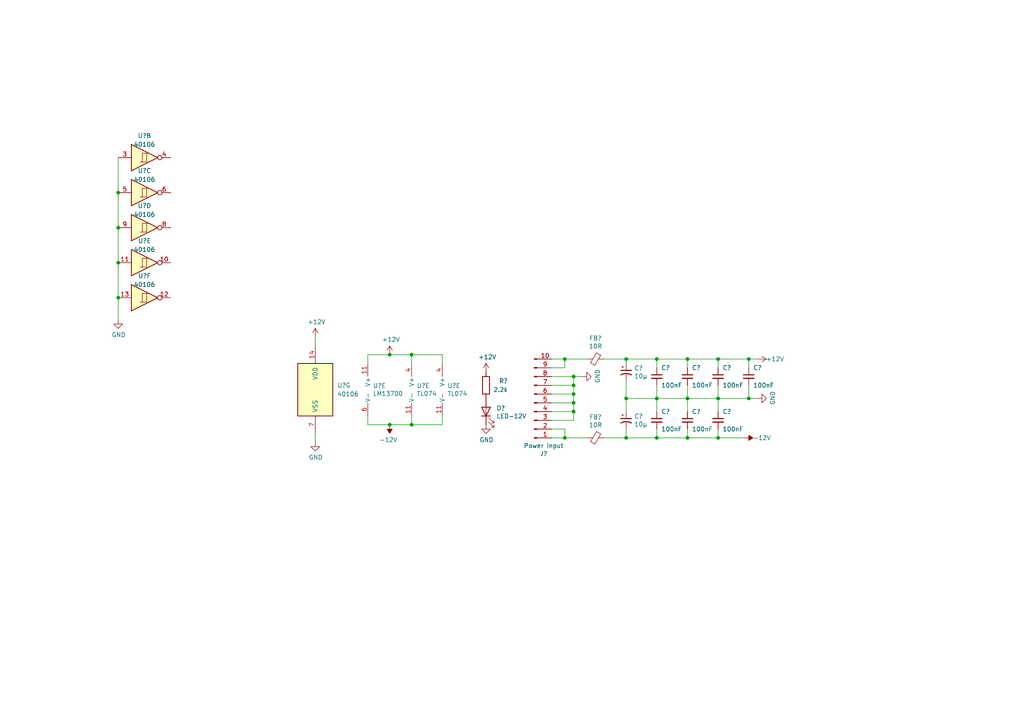
<source format=kicad_sch>
(kicad_sch (version 20211123) (generator eeschema)

  (uuid ef0e3803-677c-45d7-b940-0b5875d93fca)

  (paper "A4")

  (lib_symbols
    (symbol "4xxx:40106" (pin_names (offset 1.016)) (in_bom yes) (on_board yes)
      (property "Reference" "U" (id 0) (at 0 1.27 0)
        (effects (font (size 1.27 1.27)))
      )
      (property "Value" "40106" (id 1) (at 0 -1.27 0)
        (effects (font (size 1.27 1.27)))
      )
      (property "Footprint" "" (id 2) (at 0 0 0)
        (effects (font (size 1.27 1.27)) hide)
      )
      (property "Datasheet" "https://assets.nexperia.com/documents/data-sheet/HEF40106B.pdf" (id 3) (at 0 0 0)
        (effects (font (size 1.27 1.27)) hide)
      )
      (property "ki_locked" "" (id 4) (at 0 0 0)
        (effects (font (size 1.27 1.27)))
      )
      (property "ki_keywords" "CMOS" (id 5) (at 0 0 0)
        (effects (font (size 1.27 1.27)) hide)
      )
      (property "ki_description" "Hex Schmitt trigger inverter" (id 6) (at 0 0 0)
        (effects (font (size 1.27 1.27)) hide)
      )
      (property "ki_fp_filters" "DIP?14*" (id 7) (at 0 0 0)
        (effects (font (size 1.27 1.27)) hide)
      )
      (symbol "40106_1_0"
        (polyline
          (pts
            (xy -0.635 -1.27)
            (xy -0.635 1.27)
            (xy 0.635 1.27)
          )
          (stroke (width 0) (type default) (color 0 0 0 0))
          (fill (type none))
        )
        (polyline
          (pts
            (xy -3.81 3.81)
            (xy -3.81 -3.81)
            (xy 3.81 0)
            (xy -3.81 3.81)
          )
          (stroke (width 0.254) (type default) (color 0 0 0 0))
          (fill (type background))
        )
        (polyline
          (pts
            (xy -1.27 -1.27)
            (xy 0.635 -1.27)
            (xy 0.635 1.27)
            (xy 1.27 1.27)
          )
          (stroke (width 0) (type default) (color 0 0 0 0))
          (fill (type none))
        )
        (pin input line (at -7.62 0 0) (length 3.81)
          (name "~" (effects (font (size 1.27 1.27))))
          (number "1" (effects (font (size 1.27 1.27))))
        )
        (pin output inverted (at 7.62 0 180) (length 3.81)
          (name "~" (effects (font (size 1.27 1.27))))
          (number "2" (effects (font (size 1.27 1.27))))
        )
      )
      (symbol "40106_2_0"
        (polyline
          (pts
            (xy -0.635 -1.27)
            (xy -0.635 1.27)
            (xy 0.635 1.27)
          )
          (stroke (width 0) (type default) (color 0 0 0 0))
          (fill (type none))
        )
        (polyline
          (pts
            (xy -3.81 3.81)
            (xy -3.81 -3.81)
            (xy 3.81 0)
            (xy -3.81 3.81)
          )
          (stroke (width 0.254) (type default) (color 0 0 0 0))
          (fill (type background))
        )
        (polyline
          (pts
            (xy -1.27 -1.27)
            (xy 0.635 -1.27)
            (xy 0.635 1.27)
            (xy 1.27 1.27)
          )
          (stroke (width 0) (type default) (color 0 0 0 0))
          (fill (type none))
        )
        (pin input line (at -7.62 0 0) (length 3.81)
          (name "~" (effects (font (size 1.27 1.27))))
          (number "3" (effects (font (size 1.27 1.27))))
        )
        (pin output inverted (at 7.62 0 180) (length 3.81)
          (name "~" (effects (font (size 1.27 1.27))))
          (number "4" (effects (font (size 1.27 1.27))))
        )
      )
      (symbol "40106_3_0"
        (polyline
          (pts
            (xy -0.635 -1.27)
            (xy -0.635 1.27)
            (xy 0.635 1.27)
          )
          (stroke (width 0) (type default) (color 0 0 0 0))
          (fill (type none))
        )
        (polyline
          (pts
            (xy -3.81 3.81)
            (xy -3.81 -3.81)
            (xy 3.81 0)
            (xy -3.81 3.81)
          )
          (stroke (width 0.254) (type default) (color 0 0 0 0))
          (fill (type background))
        )
        (polyline
          (pts
            (xy -1.27 -1.27)
            (xy 0.635 -1.27)
            (xy 0.635 1.27)
            (xy 1.27 1.27)
          )
          (stroke (width 0) (type default) (color 0 0 0 0))
          (fill (type none))
        )
        (pin input line (at -7.62 0 0) (length 3.81)
          (name "~" (effects (font (size 1.27 1.27))))
          (number "5" (effects (font (size 1.27 1.27))))
        )
        (pin output inverted (at 7.62 0 180) (length 3.81)
          (name "~" (effects (font (size 1.27 1.27))))
          (number "6" (effects (font (size 1.27 1.27))))
        )
      )
      (symbol "40106_4_0"
        (polyline
          (pts
            (xy -0.635 -1.27)
            (xy -0.635 1.27)
            (xy 0.635 1.27)
          )
          (stroke (width 0) (type default) (color 0 0 0 0))
          (fill (type none))
        )
        (polyline
          (pts
            (xy -3.81 3.81)
            (xy -3.81 -3.81)
            (xy 3.81 0)
            (xy -3.81 3.81)
          )
          (stroke (width 0.254) (type default) (color 0 0 0 0))
          (fill (type background))
        )
        (polyline
          (pts
            (xy -1.27 -1.27)
            (xy 0.635 -1.27)
            (xy 0.635 1.27)
            (xy 1.27 1.27)
          )
          (stroke (width 0) (type default) (color 0 0 0 0))
          (fill (type none))
        )
        (pin output inverted (at 7.62 0 180) (length 3.81)
          (name "~" (effects (font (size 1.27 1.27))))
          (number "8" (effects (font (size 1.27 1.27))))
        )
        (pin input line (at -7.62 0 0) (length 3.81)
          (name "~" (effects (font (size 1.27 1.27))))
          (number "9" (effects (font (size 1.27 1.27))))
        )
      )
      (symbol "40106_5_0"
        (polyline
          (pts
            (xy -0.635 -1.27)
            (xy -0.635 1.27)
            (xy 0.635 1.27)
          )
          (stroke (width 0) (type default) (color 0 0 0 0))
          (fill (type none))
        )
        (polyline
          (pts
            (xy -3.81 3.81)
            (xy -3.81 -3.81)
            (xy 3.81 0)
            (xy -3.81 3.81)
          )
          (stroke (width 0.254) (type default) (color 0 0 0 0))
          (fill (type background))
        )
        (polyline
          (pts
            (xy -1.27 -1.27)
            (xy 0.635 -1.27)
            (xy 0.635 1.27)
            (xy 1.27 1.27)
          )
          (stroke (width 0) (type default) (color 0 0 0 0))
          (fill (type none))
        )
        (pin output inverted (at 7.62 0 180) (length 3.81)
          (name "~" (effects (font (size 1.27 1.27))))
          (number "10" (effects (font (size 1.27 1.27))))
        )
        (pin input line (at -7.62 0 0) (length 3.81)
          (name "~" (effects (font (size 1.27 1.27))))
          (number "11" (effects (font (size 1.27 1.27))))
        )
      )
      (symbol "40106_6_0"
        (polyline
          (pts
            (xy -0.635 -1.27)
            (xy -0.635 1.27)
            (xy 0.635 1.27)
          )
          (stroke (width 0) (type default) (color 0 0 0 0))
          (fill (type none))
        )
        (polyline
          (pts
            (xy -3.81 3.81)
            (xy -3.81 -3.81)
            (xy 3.81 0)
            (xy -3.81 3.81)
          )
          (stroke (width 0.254) (type default) (color 0 0 0 0))
          (fill (type background))
        )
        (polyline
          (pts
            (xy -1.27 -1.27)
            (xy 0.635 -1.27)
            (xy 0.635 1.27)
            (xy 1.27 1.27)
          )
          (stroke (width 0) (type default) (color 0 0 0 0))
          (fill (type none))
        )
        (pin output inverted (at 7.62 0 180) (length 3.81)
          (name "~" (effects (font (size 1.27 1.27))))
          (number "12" (effects (font (size 1.27 1.27))))
        )
        (pin input line (at -7.62 0 0) (length 3.81)
          (name "~" (effects (font (size 1.27 1.27))))
          (number "13" (effects (font (size 1.27 1.27))))
        )
      )
      (symbol "40106_7_0"
        (pin power_in line (at 0 12.7 270) (length 5.08)
          (name "VDD" (effects (font (size 1.27 1.27))))
          (number "14" (effects (font (size 1.27 1.27))))
        )
        (pin power_in line (at 0 -12.7 90) (length 5.08)
          (name "VSS" (effects (font (size 1.27 1.27))))
          (number "7" (effects (font (size 1.27 1.27))))
        )
      )
      (symbol "40106_7_1"
        (rectangle (start -5.08 7.62) (end 5.08 -7.62)
          (stroke (width 0.254) (type default) (color 0 0 0 0))
          (fill (type background))
        )
      )
    )
    (symbol "Amplifier_Operational:LM13700" (pin_names (offset 0.127)) (in_bom yes) (on_board yes)
      (property "Reference" "U" (id 0) (at 3.81 5.08 0)
        (effects (font (size 1.27 1.27)))
      )
      (property "Value" "LM13700" (id 1) (at 5.08 -5.08 0)
        (effects (font (size 1.27 1.27)))
      )
      (property "Footprint" "" (id 2) (at -7.62 0.635 0)
        (effects (font (size 1.27 1.27)) hide)
      )
      (property "Datasheet" "http://www.ti.com/lit/ds/symlink/lm13700.pdf" (id 3) (at -7.62 0.635 0)
        (effects (font (size 1.27 1.27)) hide)
      )
      (property "ki_locked" "" (id 4) (at 0 0 0)
        (effects (font (size 1.27 1.27)))
      )
      (property "ki_keywords" "operational transconductance amplifier OTA" (id 5) (at 0 0 0)
        (effects (font (size 1.27 1.27)) hide)
      )
      (property "ki_description" "Dual Operational Transconductance Amplifiers with Linearizing Diodes and Buffers, DIP-16/SOIC-16" (id 6) (at 0 0 0)
        (effects (font (size 1.27 1.27)) hide)
      )
      (property "ki_fp_filters" "SOIC*3.9x9.9mm*P1.27mm* DIP*W7.62mm*" (id 7) (at 0 0 0)
        (effects (font (size 1.27 1.27)) hide)
      )
      (symbol "LM13700_1_1"
        (polyline
          (pts
            (xy 3.81 -0.635)
            (xy 3.81 -2.54)
            (xy 5.08 -2.54)
          )
          (stroke (width 0) (type default) (color 0 0 0 0))
          (fill (type none))
        )
        (polyline
          (pts
            (xy 5.08 0)
            (xy -5.08 -5.08)
            (xy -5.08 5.08)
            (xy 5.08 0)
          )
          (stroke (width 0.254) (type default) (color 0 0 0 0))
          (fill (type background))
        )
        (pin output line (at 7.62 0 180) (length 2.54)
          (name "~" (effects (font (size 1.27 1.27))))
          (number "12" (effects (font (size 1.27 1.27))))
        )
        (pin input line (at -7.62 2.54 0) (length 2.54)
          (name "-" (effects (font (size 1.27 1.27))))
          (number "13" (effects (font (size 1.27 1.27))))
        )
        (pin input line (at -7.62 -2.54 0) (length 2.54)
          (name "+" (effects (font (size 1.27 1.27))))
          (number "14" (effects (font (size 1.27 1.27))))
        )
        (pin input line (at -7.62 0 0) (length 2.54)
          (name "DIODE_BIAS" (effects (font (size 0.508 0.508))))
          (number "15" (effects (font (size 1.27 1.27))))
        )
        (pin input line (at 7.62 -2.54 180) (length 2.54)
          (name "~" (effects (font (size 1.27 1.27))))
          (number "16" (effects (font (size 1.27 1.27))))
        )
      )
      (symbol "LM13700_2_0"
        (polyline
          (pts
            (xy -1.905 2.54)
            (xy -3.175 2.54)
          )
          (stroke (width 0) (type default) (color 0 0 0 0))
          (fill (type none))
        )
      )
      (symbol "LM13700_2_1"
        (circle (center -2.54 1.905) (radius 0.254)
          (stroke (width 0.254) (type default) (color 0 0 0 0))
          (fill (type outline))
        )
        (polyline
          (pts
            (xy -3.81 -0.635)
            (xy -2.54 -1.27)
          )
          (stroke (width 0) (type default) (color 0 0 0 0))
          (fill (type none))
        )
        (polyline
          (pts
            (xy -3.81 1.27)
            (xy -3.81 -1.27)
          )
          (stroke (width 0) (type default) (color 0 0 0 0))
          (fill (type none))
        )
        (polyline
          (pts
            (xy -2.54 -1.905)
            (xy -1.27 -2.54)
          )
          (stroke (width 0) (type default) (color 0 0 0 0))
          (fill (type none))
        )
        (polyline
          (pts
            (xy -2.54 0)
            (xy -2.54 -2.54)
          )
          (stroke (width 0) (type default) (color 0 0 0 0))
          (fill (type none))
        )
        (polyline
          (pts
            (xy -3.81 0.635)
            (xy -2.54 1.27)
            (xy -2.54 1.905)
            (xy -2.54 2.54)
          )
          (stroke (width 0) (type default) (color 0 0 0 0))
          (fill (type none))
        )
        (polyline
          (pts
            (xy -2.54 -1.27)
            (xy -3.175 -0.635)
            (xy -3.175 -1.27)
            (xy -2.54 -1.27)
          )
          (stroke (width 0) (type default) (color 0 0 0 0))
          (fill (type outline))
        )
        (polyline
          (pts
            (xy -2.54 -0.635)
            (xy -1.27 0)
            (xy -1.27 1.905)
            (xy -2.54 1.905)
          )
          (stroke (width 0) (type default) (color 0 0 0 0))
          (fill (type none))
        )
        (polyline
          (pts
            (xy -1.27 -2.54)
            (xy -1.905 -1.905)
            (xy -1.905 -2.54)
            (xy -1.27 -2.54)
          )
          (stroke (width 0) (type default) (color 0 0 0 0))
          (fill (type outline))
        )
        (text "V+" (at -2.54 3.81 0)
          (effects (font (size 1.27 1.27)))
        )
        (pin input line (at -7.62 0 0) (length 3.81)
          (name "~" (effects (font (size 1.27 1.27))))
          (number "10" (effects (font (size 1.27 1.27))))
        )
        (pin output line (at 2.54 -2.54 180) (length 3.81)
          (name "~" (effects (font (size 1.27 1.27))))
          (number "9" (effects (font (size 1.27 1.27))))
        )
      )
      (symbol "LM13700_3_1"
        (polyline
          (pts
            (xy 3.81 -0.635)
            (xy 3.81 -2.54)
            (xy 5.08 -2.54)
          )
          (stroke (width 0) (type default) (color 0 0 0 0))
          (fill (type none))
        )
        (polyline
          (pts
            (xy 5.08 0)
            (xy -5.08 -5.08)
            (xy -5.08 5.08)
            (xy 5.08 0)
          )
          (stroke (width 0.254) (type default) (color 0 0 0 0))
          (fill (type background))
        )
        (pin input line (at 7.62 -2.54 180) (length 2.54)
          (name "~" (effects (font (size 1.27 1.27))))
          (number "1" (effects (font (size 1.27 1.27))))
        )
        (pin input line (at -7.62 0 0) (length 2.54)
          (name "DIODE_BIAS" (effects (font (size 0.508 0.508))))
          (number "2" (effects (font (size 1.27 1.27))))
        )
        (pin input line (at -7.62 -2.54 0) (length 2.54)
          (name "+" (effects (font (size 1.27 1.27))))
          (number "3" (effects (font (size 1.27 1.27))))
        )
        (pin input line (at -7.62 2.54 0) (length 2.54)
          (name "-" (effects (font (size 1.27 1.27))))
          (number "4" (effects (font (size 1.27 1.27))))
        )
        (pin output line (at 7.62 0 180) (length 2.54)
          (name "~" (effects (font (size 1.27 1.27))))
          (number "5" (effects (font (size 1.27 1.27))))
        )
      )
      (symbol "LM13700_4_0"
        (polyline
          (pts
            (xy -3.175 2.54)
            (xy -1.905 2.54)
          )
          (stroke (width 0) (type default) (color 0 0 0 0))
          (fill (type none))
        )
        (text "V+" (at -2.54 3.81 0)
          (effects (font (size 1.27 1.27)))
        )
      )
      (symbol "LM13700_4_1"
        (circle (center -2.54 1.905) (radius 0.254)
          (stroke (width 0.254) (type default) (color 0 0 0 0))
          (fill (type outline))
        )
        (polyline
          (pts
            (xy -3.81 -0.635)
            (xy -2.54 -1.27)
          )
          (stroke (width 0) (type default) (color 0 0 0 0))
          (fill (type none))
        )
        (polyline
          (pts
            (xy -3.81 1.27)
            (xy -3.81 -1.27)
          )
          (stroke (width 0) (type default) (color 0 0 0 0))
          (fill (type none))
        )
        (polyline
          (pts
            (xy -2.54 -1.905)
            (xy -1.27 -2.54)
          )
          (stroke (width 0) (type default) (color 0 0 0 0))
          (fill (type none))
        )
        (polyline
          (pts
            (xy -2.54 0)
            (xy -2.54 -2.54)
          )
          (stroke (width 0) (type default) (color 0 0 0 0))
          (fill (type none))
        )
        (polyline
          (pts
            (xy -3.81 0.635)
            (xy -2.54 1.27)
            (xy -2.54 2.54)
          )
          (stroke (width 0) (type default) (color 0 0 0 0))
          (fill (type none))
        )
        (polyline
          (pts
            (xy -2.54 -1.27)
            (xy -3.175 -0.635)
            (xy -3.175 -1.27)
            (xy -2.54 -1.27)
          )
          (stroke (width 0) (type default) (color 0 0 0 0))
          (fill (type outline))
        )
        (polyline
          (pts
            (xy -2.54 -0.635)
            (xy -1.27 0)
            (xy -1.27 1.905)
            (xy -2.54 1.905)
          )
          (stroke (width 0) (type default) (color 0 0 0 0))
          (fill (type none))
        )
        (polyline
          (pts
            (xy -1.27 -2.54)
            (xy -1.905 -1.905)
            (xy -1.905 -2.54)
            (xy -1.27 -2.54)
          )
          (stroke (width 0) (type default) (color 0 0 0 0))
          (fill (type outline))
        )
        (pin input line (at -7.62 0 0) (length 3.81)
          (name "~" (effects (font (size 1.27 1.27))))
          (number "7" (effects (font (size 1.27 1.27))))
        )
        (pin output line (at 2.54 -2.54 180) (length 3.81)
          (name "~" (effects (font (size 1.27 1.27))))
          (number "8" (effects (font (size 1.27 1.27))))
        )
      )
      (symbol "LM13700_5_1"
        (pin power_in line (at -2.54 7.62 270) (length 3.81)
          (name "V+" (effects (font (size 1.27 1.27))))
          (number "11" (effects (font (size 1.27 1.27))))
        )
        (pin power_in line (at -2.54 -7.62 90) (length 3.81)
          (name "V-" (effects (font (size 1.27 1.27))))
          (number "6" (effects (font (size 1.27 1.27))))
        )
      )
    )
    (symbol "Amplifier_Operational:TL074" (pin_names (offset 0.127)) (in_bom yes) (on_board yes)
      (property "Reference" "U" (id 0) (at 0 5.08 0)
        (effects (font (size 1.27 1.27)) (justify left))
      )
      (property "Value" "TL074" (id 1) (at 0 -5.08 0)
        (effects (font (size 1.27 1.27)) (justify left))
      )
      (property "Footprint" "" (id 2) (at -1.27 2.54 0)
        (effects (font (size 1.27 1.27)) hide)
      )
      (property "Datasheet" "http://www.ti.com/lit/ds/symlink/tl071.pdf" (id 3) (at 1.27 5.08 0)
        (effects (font (size 1.27 1.27)) hide)
      )
      (property "ki_locked" "" (id 4) (at 0 0 0)
        (effects (font (size 1.27 1.27)))
      )
      (property "ki_keywords" "quad opamp" (id 5) (at 0 0 0)
        (effects (font (size 1.27 1.27)) hide)
      )
      (property "ki_description" "Quad Low-Noise JFET-Input Operational Amplifiers, DIP-14/SOIC-14" (id 6) (at 0 0 0)
        (effects (font (size 1.27 1.27)) hide)
      )
      (property "ki_fp_filters" "SOIC*3.9x8.7mm*P1.27mm* DIP*W7.62mm* TSSOP*4.4x5mm*P0.65mm* SSOP*5.3x6.2mm*P0.65mm* MSOP*3x3mm*P0.5mm*" (id 7) (at 0 0 0)
        (effects (font (size 1.27 1.27)) hide)
      )
      (symbol "TL074_1_1"
        (polyline
          (pts
            (xy -5.08 5.08)
            (xy 5.08 0)
            (xy -5.08 -5.08)
            (xy -5.08 5.08)
          )
          (stroke (width 0.254) (type default) (color 0 0 0 0))
          (fill (type background))
        )
        (pin output line (at 7.62 0 180) (length 2.54)
          (name "~" (effects (font (size 1.27 1.27))))
          (number "1" (effects (font (size 1.27 1.27))))
        )
        (pin input line (at -7.62 -2.54 0) (length 2.54)
          (name "-" (effects (font (size 1.27 1.27))))
          (number "2" (effects (font (size 1.27 1.27))))
        )
        (pin input line (at -7.62 2.54 0) (length 2.54)
          (name "+" (effects (font (size 1.27 1.27))))
          (number "3" (effects (font (size 1.27 1.27))))
        )
      )
      (symbol "TL074_2_1"
        (polyline
          (pts
            (xy -5.08 5.08)
            (xy 5.08 0)
            (xy -5.08 -5.08)
            (xy -5.08 5.08)
          )
          (stroke (width 0.254) (type default) (color 0 0 0 0))
          (fill (type background))
        )
        (pin input line (at -7.62 2.54 0) (length 2.54)
          (name "+" (effects (font (size 1.27 1.27))))
          (number "5" (effects (font (size 1.27 1.27))))
        )
        (pin input line (at -7.62 -2.54 0) (length 2.54)
          (name "-" (effects (font (size 1.27 1.27))))
          (number "6" (effects (font (size 1.27 1.27))))
        )
        (pin output line (at 7.62 0 180) (length 2.54)
          (name "~" (effects (font (size 1.27 1.27))))
          (number "7" (effects (font (size 1.27 1.27))))
        )
      )
      (symbol "TL074_3_1"
        (polyline
          (pts
            (xy -5.08 5.08)
            (xy 5.08 0)
            (xy -5.08 -5.08)
            (xy -5.08 5.08)
          )
          (stroke (width 0.254) (type default) (color 0 0 0 0))
          (fill (type background))
        )
        (pin input line (at -7.62 2.54 0) (length 2.54)
          (name "+" (effects (font (size 1.27 1.27))))
          (number "10" (effects (font (size 1.27 1.27))))
        )
        (pin output line (at 7.62 0 180) (length 2.54)
          (name "~" (effects (font (size 1.27 1.27))))
          (number "8" (effects (font (size 1.27 1.27))))
        )
        (pin input line (at -7.62 -2.54 0) (length 2.54)
          (name "-" (effects (font (size 1.27 1.27))))
          (number "9" (effects (font (size 1.27 1.27))))
        )
      )
      (symbol "TL074_4_1"
        (polyline
          (pts
            (xy -5.08 5.08)
            (xy 5.08 0)
            (xy -5.08 -5.08)
            (xy -5.08 5.08)
          )
          (stroke (width 0.254) (type default) (color 0 0 0 0))
          (fill (type background))
        )
        (pin input line (at -7.62 2.54 0) (length 2.54)
          (name "+" (effects (font (size 1.27 1.27))))
          (number "12" (effects (font (size 1.27 1.27))))
        )
        (pin input line (at -7.62 -2.54 0) (length 2.54)
          (name "-" (effects (font (size 1.27 1.27))))
          (number "13" (effects (font (size 1.27 1.27))))
        )
        (pin output line (at 7.62 0 180) (length 2.54)
          (name "~" (effects (font (size 1.27 1.27))))
          (number "14" (effects (font (size 1.27 1.27))))
        )
      )
      (symbol "TL074_5_1"
        (pin power_in line (at -2.54 -7.62 90) (length 3.81)
          (name "V-" (effects (font (size 1.27 1.27))))
          (number "11" (effects (font (size 1.27 1.27))))
        )
        (pin power_in line (at -2.54 7.62 270) (length 3.81)
          (name "V+" (effects (font (size 1.27 1.27))))
          (number "4" (effects (font (size 1.27 1.27))))
        )
      )
    )
    (symbol "Connector:Conn_01x10_Male" (pin_names (offset 1.016) hide) (in_bom yes) (on_board yes)
      (property "Reference" "J" (id 0) (at 0 12.7 0)
        (effects (font (size 1.27 1.27)))
      )
      (property "Value" "Conn_01x10_Male" (id 1) (at 0 -15.24 0)
        (effects (font (size 1.27 1.27)))
      )
      (property "Footprint" "" (id 2) (at 0 0 0)
        (effects (font (size 1.27 1.27)) hide)
      )
      (property "Datasheet" "~" (id 3) (at 0 0 0)
        (effects (font (size 1.27 1.27)) hide)
      )
      (property "ki_keywords" "connector" (id 4) (at 0 0 0)
        (effects (font (size 1.27 1.27)) hide)
      )
      (property "ki_description" "Generic connector, single row, 01x10, script generated (kicad-library-utils/schlib/autogen/connector/)" (id 5) (at 0 0 0)
        (effects (font (size 1.27 1.27)) hide)
      )
      (property "ki_fp_filters" "Connector*:*_1x??_*" (id 6) (at 0 0 0)
        (effects (font (size 1.27 1.27)) hide)
      )
      (symbol "Conn_01x10_Male_1_1"
        (polyline
          (pts
            (xy 1.27 -12.7)
            (xy 0.8636 -12.7)
          )
          (stroke (width 0.1524) (type default) (color 0 0 0 0))
          (fill (type none))
        )
        (polyline
          (pts
            (xy 1.27 -10.16)
            (xy 0.8636 -10.16)
          )
          (stroke (width 0.1524) (type default) (color 0 0 0 0))
          (fill (type none))
        )
        (polyline
          (pts
            (xy 1.27 -7.62)
            (xy 0.8636 -7.62)
          )
          (stroke (width 0.1524) (type default) (color 0 0 0 0))
          (fill (type none))
        )
        (polyline
          (pts
            (xy 1.27 -5.08)
            (xy 0.8636 -5.08)
          )
          (stroke (width 0.1524) (type default) (color 0 0 0 0))
          (fill (type none))
        )
        (polyline
          (pts
            (xy 1.27 -2.54)
            (xy 0.8636 -2.54)
          )
          (stroke (width 0.1524) (type default) (color 0 0 0 0))
          (fill (type none))
        )
        (polyline
          (pts
            (xy 1.27 0)
            (xy 0.8636 0)
          )
          (stroke (width 0.1524) (type default) (color 0 0 0 0))
          (fill (type none))
        )
        (polyline
          (pts
            (xy 1.27 2.54)
            (xy 0.8636 2.54)
          )
          (stroke (width 0.1524) (type default) (color 0 0 0 0))
          (fill (type none))
        )
        (polyline
          (pts
            (xy 1.27 5.08)
            (xy 0.8636 5.08)
          )
          (stroke (width 0.1524) (type default) (color 0 0 0 0))
          (fill (type none))
        )
        (polyline
          (pts
            (xy 1.27 7.62)
            (xy 0.8636 7.62)
          )
          (stroke (width 0.1524) (type default) (color 0 0 0 0))
          (fill (type none))
        )
        (polyline
          (pts
            (xy 1.27 10.16)
            (xy 0.8636 10.16)
          )
          (stroke (width 0.1524) (type default) (color 0 0 0 0))
          (fill (type none))
        )
        (rectangle (start 0.8636 -12.573) (end 0 -12.827)
          (stroke (width 0.1524) (type default) (color 0 0 0 0))
          (fill (type outline))
        )
        (rectangle (start 0.8636 -10.033) (end 0 -10.287)
          (stroke (width 0.1524) (type default) (color 0 0 0 0))
          (fill (type outline))
        )
        (rectangle (start 0.8636 -7.493) (end 0 -7.747)
          (stroke (width 0.1524) (type default) (color 0 0 0 0))
          (fill (type outline))
        )
        (rectangle (start 0.8636 -4.953) (end 0 -5.207)
          (stroke (width 0.1524) (type default) (color 0 0 0 0))
          (fill (type outline))
        )
        (rectangle (start 0.8636 -2.413) (end 0 -2.667)
          (stroke (width 0.1524) (type default) (color 0 0 0 0))
          (fill (type outline))
        )
        (rectangle (start 0.8636 0.127) (end 0 -0.127)
          (stroke (width 0.1524) (type default) (color 0 0 0 0))
          (fill (type outline))
        )
        (rectangle (start 0.8636 2.667) (end 0 2.413)
          (stroke (width 0.1524) (type default) (color 0 0 0 0))
          (fill (type outline))
        )
        (rectangle (start 0.8636 5.207) (end 0 4.953)
          (stroke (width 0.1524) (type default) (color 0 0 0 0))
          (fill (type outline))
        )
        (rectangle (start 0.8636 7.747) (end 0 7.493)
          (stroke (width 0.1524) (type default) (color 0 0 0 0))
          (fill (type outline))
        )
        (rectangle (start 0.8636 10.287) (end 0 10.033)
          (stroke (width 0.1524) (type default) (color 0 0 0 0))
          (fill (type outline))
        )
        (pin passive line (at 5.08 10.16 180) (length 3.81)
          (name "Pin_1" (effects (font (size 1.27 1.27))))
          (number "1" (effects (font (size 1.27 1.27))))
        )
        (pin passive line (at 5.08 -12.7 180) (length 3.81)
          (name "Pin_10" (effects (font (size 1.27 1.27))))
          (number "10" (effects (font (size 1.27 1.27))))
        )
        (pin passive line (at 5.08 7.62 180) (length 3.81)
          (name "Pin_2" (effects (font (size 1.27 1.27))))
          (number "2" (effects (font (size 1.27 1.27))))
        )
        (pin passive line (at 5.08 5.08 180) (length 3.81)
          (name "Pin_3" (effects (font (size 1.27 1.27))))
          (number "3" (effects (font (size 1.27 1.27))))
        )
        (pin passive line (at 5.08 2.54 180) (length 3.81)
          (name "Pin_4" (effects (font (size 1.27 1.27))))
          (number "4" (effects (font (size 1.27 1.27))))
        )
        (pin passive line (at 5.08 0 180) (length 3.81)
          (name "Pin_5" (effects (font (size 1.27 1.27))))
          (number "5" (effects (font (size 1.27 1.27))))
        )
        (pin passive line (at 5.08 -2.54 180) (length 3.81)
          (name "Pin_6" (effects (font (size 1.27 1.27))))
          (number "6" (effects (font (size 1.27 1.27))))
        )
        (pin passive line (at 5.08 -5.08 180) (length 3.81)
          (name "Pin_7" (effects (font (size 1.27 1.27))))
          (number "7" (effects (font (size 1.27 1.27))))
        )
        (pin passive line (at 5.08 -7.62 180) (length 3.81)
          (name "Pin_8" (effects (font (size 1.27 1.27))))
          (number "8" (effects (font (size 1.27 1.27))))
        )
        (pin passive line (at 5.08 -10.16 180) (length 3.81)
          (name "Pin_9" (effects (font (size 1.27 1.27))))
          (number "9" (effects (font (size 1.27 1.27))))
        )
      )
    )
    (symbol "Device:CP1_Small" (pin_numbers hide) (pin_names (offset 0.254) hide) (in_bom yes) (on_board yes)
      (property "Reference" "C" (id 0) (at 0.254 1.778 0)
        (effects (font (size 1.27 1.27)) (justify left))
      )
      (property "Value" "Device_CP1_Small" (id 1) (at 0.254 -2.032 0)
        (effects (font (size 1.27 1.27)) (justify left))
      )
      (property "Footprint" "" (id 2) (at 0 0 0)
        (effects (font (size 1.27 1.27)) hide)
      )
      (property "Datasheet" "" (id 3) (at 0 0 0)
        (effects (font (size 1.27 1.27)) hide)
      )
      (property "ki_fp_filters" "CP_*" (id 4) (at 0 0 0)
        (effects (font (size 1.27 1.27)) hide)
      )
      (symbol "CP1_Small_0_1"
        (polyline
          (pts
            (xy -1.524 0.508)
            (xy 1.524 0.508)
          )
          (stroke (width 0.3048) (type default) (color 0 0 0 0))
          (fill (type none))
        )
        (polyline
          (pts
            (xy -1.27 1.524)
            (xy -0.762 1.524)
          )
          (stroke (width 0) (type default) (color 0 0 0 0))
          (fill (type none))
        )
        (polyline
          (pts
            (xy -1.016 1.27)
            (xy -1.016 1.778)
          )
          (stroke (width 0) (type default) (color 0 0 0 0))
          (fill (type none))
        )
        (arc (start 1.524 -0.762) (mid 0 -0.3734) (end -1.524 -0.762)
          (stroke (width 0.3048) (type default) (color 0 0 0 0))
          (fill (type none))
        )
      )
      (symbol "CP1_Small_1_1"
        (pin passive line (at 0 2.54 270) (length 2.032)
          (name "~" (effects (font (size 1.27 1.27))))
          (number "1" (effects (font (size 1.27 1.27))))
        )
        (pin passive line (at 0 -2.54 90) (length 2.032)
          (name "~" (effects (font (size 1.27 1.27))))
          (number "2" (effects (font (size 1.27 1.27))))
        )
      )
    )
    (symbol "Device:C_Small" (pin_numbers hide) (pin_names (offset 0.254) hide) (in_bom yes) (on_board yes)
      (property "Reference" "C" (id 0) (at 0.254 1.778 0)
        (effects (font (size 1.27 1.27)) (justify left))
      )
      (property "Value" "C_Small" (id 1) (at 0.254 -2.032 0)
        (effects (font (size 1.27 1.27)) (justify left))
      )
      (property "Footprint" "" (id 2) (at 0 0 0)
        (effects (font (size 1.27 1.27)) hide)
      )
      (property "Datasheet" "~" (id 3) (at 0 0 0)
        (effects (font (size 1.27 1.27)) hide)
      )
      (property "ki_keywords" "capacitor cap" (id 4) (at 0 0 0)
        (effects (font (size 1.27 1.27)) hide)
      )
      (property "ki_description" "Unpolarized capacitor, small symbol" (id 5) (at 0 0 0)
        (effects (font (size 1.27 1.27)) hide)
      )
      (property "ki_fp_filters" "C_*" (id 6) (at 0 0 0)
        (effects (font (size 1.27 1.27)) hide)
      )
      (symbol "C_Small_0_1"
        (polyline
          (pts
            (xy -1.524 -0.508)
            (xy 1.524 -0.508)
          )
          (stroke (width 0.3302) (type default) (color 0 0 0 0))
          (fill (type none))
        )
        (polyline
          (pts
            (xy -1.524 0.508)
            (xy 1.524 0.508)
          )
          (stroke (width 0.3048) (type default) (color 0 0 0 0))
          (fill (type none))
        )
      )
      (symbol "C_Small_1_1"
        (pin passive line (at 0 2.54 270) (length 2.032)
          (name "~" (effects (font (size 1.27 1.27))))
          (number "1" (effects (font (size 1.27 1.27))))
        )
        (pin passive line (at 0 -2.54 90) (length 2.032)
          (name "~" (effects (font (size 1.27 1.27))))
          (number "2" (effects (font (size 1.27 1.27))))
        )
      )
    )
    (symbol "Device:Ferrite_Bead_Small" (pin_numbers hide) (pin_names (offset 0)) (in_bom yes) (on_board yes)
      (property "Reference" "FB" (id 0) (at 1.905 1.27 0)
        (effects (font (size 1.27 1.27)) (justify left))
      )
      (property "Value" "Device_Ferrite_Bead_Small" (id 1) (at 1.905 -1.27 0)
        (effects (font (size 1.27 1.27)) (justify left))
      )
      (property "Footprint" "" (id 2) (at -1.778 0 90)
        (effects (font (size 1.27 1.27)) hide)
      )
      (property "Datasheet" "" (id 3) (at 0 0 0)
        (effects (font (size 1.27 1.27)) hide)
      )
      (property "ki_fp_filters" "Inductor_* L_* *Ferrite*" (id 4) (at 0 0 0)
        (effects (font (size 1.27 1.27)) hide)
      )
      (symbol "Ferrite_Bead_Small_0_1"
        (polyline
          (pts
            (xy 0 -1.27)
            (xy 0 -0.7874)
          )
          (stroke (width 0) (type default) (color 0 0 0 0))
          (fill (type none))
        )
        (polyline
          (pts
            (xy 0 0.889)
            (xy 0 1.2954)
          )
          (stroke (width 0) (type default) (color 0 0 0 0))
          (fill (type none))
        )
        (polyline
          (pts
            (xy -1.8288 0.2794)
            (xy -1.1176 1.4986)
            (xy 1.8288 -0.2032)
            (xy 1.1176 -1.4224)
            (xy -1.8288 0.2794)
          )
          (stroke (width 0) (type default) (color 0 0 0 0))
          (fill (type none))
        )
      )
      (symbol "Ferrite_Bead_Small_1_1"
        (pin passive line (at 0 2.54 270) (length 1.27)
          (name "~" (effects (font (size 1.27 1.27))))
          (number "1" (effects (font (size 1.27 1.27))))
        )
        (pin passive line (at 0 -2.54 90) (length 1.27)
          (name "~" (effects (font (size 1.27 1.27))))
          (number "2" (effects (font (size 1.27 1.27))))
        )
      )
    )
    (symbol "Device:LED" (pin_numbers hide) (pin_names (offset 1.016) hide) (in_bom yes) (on_board yes)
      (property "Reference" "D" (id 0) (at 0 2.54 0)
        (effects (font (size 1.27 1.27)))
      )
      (property "Value" "LED" (id 1) (at 0 -2.54 0)
        (effects (font (size 1.27 1.27)))
      )
      (property "Footprint" "" (id 2) (at 0 0 0)
        (effects (font (size 1.27 1.27)) hide)
      )
      (property "Datasheet" "~" (id 3) (at 0 0 0)
        (effects (font (size 1.27 1.27)) hide)
      )
      (property "ki_keywords" "LED diode" (id 4) (at 0 0 0)
        (effects (font (size 1.27 1.27)) hide)
      )
      (property "ki_description" "Light emitting diode" (id 5) (at 0 0 0)
        (effects (font (size 1.27 1.27)) hide)
      )
      (property "ki_fp_filters" "LED* LED_SMD:* LED_THT:*" (id 6) (at 0 0 0)
        (effects (font (size 1.27 1.27)) hide)
      )
      (symbol "LED_0_1"
        (polyline
          (pts
            (xy -1.27 -1.27)
            (xy -1.27 1.27)
          )
          (stroke (width 0.254) (type default) (color 0 0 0 0))
          (fill (type none))
        )
        (polyline
          (pts
            (xy -1.27 0)
            (xy 1.27 0)
          )
          (stroke (width 0) (type default) (color 0 0 0 0))
          (fill (type none))
        )
        (polyline
          (pts
            (xy 1.27 -1.27)
            (xy 1.27 1.27)
            (xy -1.27 0)
            (xy 1.27 -1.27)
          )
          (stroke (width 0.254) (type default) (color 0 0 0 0))
          (fill (type none))
        )
        (polyline
          (pts
            (xy -3.048 -0.762)
            (xy -4.572 -2.286)
            (xy -3.81 -2.286)
            (xy -4.572 -2.286)
            (xy -4.572 -1.524)
          )
          (stroke (width 0) (type default) (color 0 0 0 0))
          (fill (type none))
        )
        (polyline
          (pts
            (xy -1.778 -0.762)
            (xy -3.302 -2.286)
            (xy -2.54 -2.286)
            (xy -3.302 -2.286)
            (xy -3.302 -1.524)
          )
          (stroke (width 0) (type default) (color 0 0 0 0))
          (fill (type none))
        )
      )
      (symbol "LED_1_1"
        (pin passive line (at -3.81 0 0) (length 2.54)
          (name "K" (effects (font (size 1.27 1.27))))
          (number "1" (effects (font (size 1.27 1.27))))
        )
        (pin passive line (at 3.81 0 180) (length 2.54)
          (name "A" (effects (font (size 1.27 1.27))))
          (number "2" (effects (font (size 1.27 1.27))))
        )
      )
    )
    (symbol "Device:R" (pin_numbers hide) (pin_names (offset 0)) (in_bom yes) (on_board yes)
      (property "Reference" "R" (id 0) (at 2.032 0 90)
        (effects (font (size 1.27 1.27)))
      )
      (property "Value" "R" (id 1) (at 0 0 90)
        (effects (font (size 1.27 1.27)))
      )
      (property "Footprint" "" (id 2) (at -1.778 0 90)
        (effects (font (size 1.27 1.27)) hide)
      )
      (property "Datasheet" "~" (id 3) (at 0 0 0)
        (effects (font (size 1.27 1.27)) hide)
      )
      (property "ki_keywords" "R res resistor" (id 4) (at 0 0 0)
        (effects (font (size 1.27 1.27)) hide)
      )
      (property "ki_description" "Resistor" (id 5) (at 0 0 0)
        (effects (font (size 1.27 1.27)) hide)
      )
      (property "ki_fp_filters" "R_*" (id 6) (at 0 0 0)
        (effects (font (size 1.27 1.27)) hide)
      )
      (symbol "R_0_1"
        (rectangle (start -1.016 -2.54) (end 1.016 2.54)
          (stroke (width 0.254) (type default) (color 0 0 0 0))
          (fill (type none))
        )
      )
      (symbol "R_1_1"
        (pin passive line (at 0 3.81 270) (length 1.27)
          (name "~" (effects (font (size 1.27 1.27))))
          (number "1" (effects (font (size 1.27 1.27))))
        )
        (pin passive line (at 0 -3.81 90) (length 1.27)
          (name "~" (effects (font (size 1.27 1.27))))
          (number "2" (effects (font (size 1.27 1.27))))
        )
      )
    )
    (symbol "power:+12V" (power) (pin_names (offset 0)) (in_bom yes) (on_board yes)
      (property "Reference" "#PWR" (id 0) (at 0 -3.81 0)
        (effects (font (size 1.27 1.27)) hide)
      )
      (property "Value" "+12V" (id 1) (at 0 3.556 0)
        (effects (font (size 1.27 1.27)))
      )
      (property "Footprint" "" (id 2) (at 0 0 0)
        (effects (font (size 1.27 1.27)) hide)
      )
      (property "Datasheet" "" (id 3) (at 0 0 0)
        (effects (font (size 1.27 1.27)) hide)
      )
      (property "ki_keywords" "power-flag" (id 4) (at 0 0 0)
        (effects (font (size 1.27 1.27)) hide)
      )
      (property "ki_description" "Power symbol creates a global label with name \"+12V\"" (id 5) (at 0 0 0)
        (effects (font (size 1.27 1.27)) hide)
      )
      (symbol "+12V_0_1"
        (polyline
          (pts
            (xy -0.762 1.27)
            (xy 0 2.54)
          )
          (stroke (width 0) (type default) (color 0 0 0 0))
          (fill (type none))
        )
        (polyline
          (pts
            (xy 0 0)
            (xy 0 2.54)
          )
          (stroke (width 0) (type default) (color 0 0 0 0))
          (fill (type none))
        )
        (polyline
          (pts
            (xy 0 2.54)
            (xy 0.762 1.27)
          )
          (stroke (width 0) (type default) (color 0 0 0 0))
          (fill (type none))
        )
      )
      (symbol "+12V_1_1"
        (pin power_in line (at 0 0 90) (length 0) hide
          (name "+12V" (effects (font (size 1.27 1.27))))
          (number "1" (effects (font (size 1.27 1.27))))
        )
      )
    )
    (symbol "power:-12V" (power) (pin_names (offset 0)) (in_bom yes) (on_board yes)
      (property "Reference" "#PWR" (id 0) (at 0 2.54 0)
        (effects (font (size 1.27 1.27)) hide)
      )
      (property "Value" "-12V" (id 1) (at 0 3.81 0)
        (effects (font (size 1.27 1.27)))
      )
      (property "Footprint" "" (id 2) (at 0 0 0)
        (effects (font (size 1.27 1.27)) hide)
      )
      (property "Datasheet" "" (id 3) (at 0 0 0)
        (effects (font (size 1.27 1.27)) hide)
      )
      (property "ki_keywords" "power-flag" (id 4) (at 0 0 0)
        (effects (font (size 1.27 1.27)) hide)
      )
      (property "ki_description" "Power symbol creates a global label with name \"-12V\"" (id 5) (at 0 0 0)
        (effects (font (size 1.27 1.27)) hide)
      )
      (symbol "-12V_0_0"
        (pin power_in line (at 0 0 90) (length 0) hide
          (name "-12V" (effects (font (size 1.27 1.27))))
          (number "1" (effects (font (size 1.27 1.27))))
        )
      )
      (symbol "-12V_0_1"
        (polyline
          (pts
            (xy 0 0)
            (xy 0 1.27)
            (xy 0.762 1.27)
            (xy 0 2.54)
            (xy -0.762 1.27)
            (xy 0 1.27)
          )
          (stroke (width 0) (type default) (color 0 0 0 0))
          (fill (type outline))
        )
      )
    )
    (symbol "power:GND" (power) (pin_names (offset 0)) (in_bom yes) (on_board yes)
      (property "Reference" "#PWR" (id 0) (at 0 -6.35 0)
        (effects (font (size 1.27 1.27)) hide)
      )
      (property "Value" "GND" (id 1) (at 0 -3.81 0)
        (effects (font (size 1.27 1.27)))
      )
      (property "Footprint" "" (id 2) (at 0 0 0)
        (effects (font (size 1.27 1.27)) hide)
      )
      (property "Datasheet" "" (id 3) (at 0 0 0)
        (effects (font (size 1.27 1.27)) hide)
      )
      (property "ki_keywords" "power-flag" (id 4) (at 0 0 0)
        (effects (font (size 1.27 1.27)) hide)
      )
      (property "ki_description" "Power symbol creates a global label with name \"GND\" , ground" (id 5) (at 0 0 0)
        (effects (font (size 1.27 1.27)) hide)
      )
      (symbol "GND_0_1"
        (polyline
          (pts
            (xy 0 0)
            (xy 0 -1.27)
            (xy 1.27 -1.27)
            (xy 0 -2.54)
            (xy -1.27 -1.27)
            (xy 0 -1.27)
          )
          (stroke (width 0) (type default) (color 0 0 0 0))
          (fill (type none))
        )
      )
      (symbol "GND_1_1"
        (pin power_in line (at 0 0 270) (length 0) hide
          (name "GND" (effects (font (size 1.27 1.27))))
          (number "1" (effects (font (size 1.27 1.27))))
        )
      )
    )
  )

  (junction (at 181.61 104.14) (diameter 0) (color 0 0 0 0)
    (uuid 00f81271-c8f8-4be3-97f7-13ff795dd213)
  )
  (junction (at 166.37 119.38) (diameter 0) (color 0 0 0 0)
    (uuid 130823c8-c664-4c8f-9211-d5b60d6ae73b)
  )
  (junction (at 217.17 115.57) (diameter 0) (color 0 0 0 0)
    (uuid 16092621-e0fc-4e81-b7db-c8ff3a672b89)
  )
  (junction (at 113.03 123.19) (diameter 0) (color 0 0 0 0)
    (uuid 17da522c-5964-411b-929a-e5404c154733)
  )
  (junction (at 166.37 109.22) (diameter 0) (color 0 0 0 0)
    (uuid 18344a35-292e-403a-a5a6-307c8aadb246)
  )
  (junction (at 190.5 127) (diameter 0) (color 0 0 0 0)
    (uuid 197e7e52-d4da-481c-8189-c31e9f533a8d)
  )
  (junction (at 199.39 104.14) (diameter 0) (color 0 0 0 0)
    (uuid 22a57dd2-408b-430a-abcb-69376eaa4deb)
  )
  (junction (at 208.28 127) (diameter 0) (color 0 0 0 0)
    (uuid 266ff6d0-d751-4f4c-ab3b-384b1bb00a75)
  )
  (junction (at 190.5 115.57) (diameter 0) (color 0 0 0 0)
    (uuid 28ca3895-7061-4ad3-b71a-be75dd56f984)
  )
  (junction (at 166.37 116.84) (diameter 0) (color 0 0 0 0)
    (uuid 367d7671-990e-41f7-bb62-1a1f2f08cdea)
  )
  (junction (at 199.39 115.57) (diameter 0) (color 0 0 0 0)
    (uuid 3d774893-1645-4f34-b769-fca8257ffe66)
  )
  (junction (at 163.83 127) (diameter 0) (color 0 0 0 0)
    (uuid 45c8615d-f601-4822-95a8-d73bf66c1425)
  )
  (junction (at 34.29 86.36) (diameter 0) (color 0 0 0 0)
    (uuid 4d36c119-ba10-45b7-881f-a4a5c576adc0)
  )
  (junction (at 119.38 102.87) (diameter 0) (color 0 0 0 0)
    (uuid 517f5e65-479d-4cb5-b036-253ddad8f00a)
  )
  (junction (at 199.39 127) (diameter 0) (color 0 0 0 0)
    (uuid 64bc8bb5-dd58-4304-b13d-1518590d14da)
  )
  (junction (at 163.83 104.14) (diameter 0) (color 0 0 0 0)
    (uuid 67f63dd1-165b-4c8d-b897-1e2a908f208f)
  )
  (junction (at 34.29 66.04) (diameter 0) (color 0 0 0 0)
    (uuid 71b76b01-0ec3-4146-ba2e-2326e74257ce)
  )
  (junction (at 119.38 123.19) (diameter 0) (color 0 0 0 0)
    (uuid 898169eb-1357-475b-b5fc-831722d6147a)
  )
  (junction (at 166.37 111.76) (diameter 0) (color 0 0 0 0)
    (uuid 90e7b4ab-5dcc-42c3-9278-0b2f6a7ad000)
  )
  (junction (at 166.37 114.3) (diameter 0) (color 0 0 0 0)
    (uuid a1680a3e-c3e0-4cd1-be13-5785e1d90353)
  )
  (junction (at 208.28 115.57) (diameter 0) (color 0 0 0 0)
    (uuid ba74fe0f-cb86-497a-aa39-9c4e492a1302)
  )
  (junction (at 181.61 115.57) (diameter 0) (color 0 0 0 0)
    (uuid dacd4a0d-18e8-4ae6-ae1f-0f33a0c52074)
  )
  (junction (at 208.28 104.14) (diameter 0) (color 0 0 0 0)
    (uuid e8947600-a145-4c56-97dd-24da083dbd08)
  )
  (junction (at 217.17 104.14) (diameter 0) (color 0 0 0 0)
    (uuid eb2c8cd1-a82d-41c3-9039-8b3d8c433a9c)
  )
  (junction (at 34.29 55.88) (diameter 0) (color 0 0 0 0)
    (uuid ecb312b2-9f37-43e0-be64-6f8f8033bf85)
  )
  (junction (at 34.29 76.2) (diameter 0) (color 0 0 0 0)
    (uuid f2361ecb-7b48-4b5b-997c-7df927f41354)
  )
  (junction (at 113.03 102.87) (diameter 0) (color 0 0 0 0)
    (uuid f2fd98cd-eb45-4a51-9290-4d6adc4958ce)
  )
  (junction (at 190.5 104.14) (diameter 0) (color 0 0 0 0)
    (uuid f847272f-8df5-4aef-9433-2c874b217147)
  )
  (junction (at 181.61 127) (diameter 0) (color 0 0 0 0)
    (uuid fe41c4b6-13ee-41b0-82c1-0167478ef822)
  )

  (wire (pts (xy 163.83 106.68) (xy 163.83 104.14))
    (stroke (width 0) (type default) (color 0 0 0 0))
    (uuid 03b715a8-0885-4307-aae4-12669825f7ce)
  )
  (wire (pts (xy 217.17 104.14) (xy 217.17 106.68))
    (stroke (width 0) (type default) (color 0 0 0 0))
    (uuid 0b3e81a1-028c-4ae6-b90a-de34c97c8f44)
  )
  (wire (pts (xy 199.39 115.57) (xy 208.28 115.57))
    (stroke (width 0) (type default) (color 0 0 0 0))
    (uuid 11d65900-6ceb-4a76-aa86-38a876c9b0c2)
  )
  (wire (pts (xy 190.5 106.68) (xy 190.5 104.14))
    (stroke (width 0) (type default) (color 0 0 0 0))
    (uuid 1221a2a0-8463-4af4-857d-acfa18648a33)
  )
  (wire (pts (xy 175.26 127) (xy 181.61 127))
    (stroke (width 0) (type default) (color 0 0 0 0))
    (uuid 14b9f55c-7a47-49e8-b49f-281c9819feee)
  )
  (wire (pts (xy 34.29 76.2) (xy 34.29 86.36))
    (stroke (width 0) (type default) (color 0 0 0 0))
    (uuid 14c1362d-dc86-43d2-aa23-9b99ae1c0317)
  )
  (wire (pts (xy 217.17 111.76) (xy 217.17 115.57))
    (stroke (width 0) (type default) (color 0 0 0 0))
    (uuid 183ff969-7a0a-447d-9ffa-9c922f4b9e32)
  )
  (wire (pts (xy 190.5 115.57) (xy 190.5 119.38))
    (stroke (width 0) (type default) (color 0 0 0 0))
    (uuid 18db81c0-6b4d-4561-a1f3-5ea4efe33217)
  )
  (wire (pts (xy 163.83 124.46) (xy 163.83 127))
    (stroke (width 0) (type default) (color 0 0 0 0))
    (uuid 1b8969d7-8432-4ef0-b40d-882495598a20)
  )
  (wire (pts (xy 217.17 115.57) (xy 219.71 115.57))
    (stroke (width 0) (type default) (color 0 0 0 0))
    (uuid 1cc2f305-ab74-45b8-9972-e64c1348977a)
  )
  (wire (pts (xy 190.5 104.14) (xy 199.39 104.14))
    (stroke (width 0) (type default) (color 0 0 0 0))
    (uuid 1d53d5f8-ad4a-455b-8904-2a76e42815f9)
  )
  (wire (pts (xy 181.61 110.49) (xy 181.61 115.57))
    (stroke (width 0) (type default) (color 0 0 0 0))
    (uuid 1ef5a58d-691b-432c-8f95-bcacdc9123d2)
  )
  (wire (pts (xy 160.02 124.46) (xy 163.83 124.46))
    (stroke (width 0) (type default) (color 0 0 0 0))
    (uuid 24323e77-d1b0-4b1f-9bfa-9b1a7711e5fc)
  )
  (wire (pts (xy 128.27 105.41) (xy 128.27 102.87))
    (stroke (width 0) (type default) (color 0 0 0 0))
    (uuid 254a2c51-669b-4533-b2db-b9dd2c9a83c3)
  )
  (wire (pts (xy 166.37 114.3) (xy 160.02 114.3))
    (stroke (width 0) (type default) (color 0 0 0 0))
    (uuid 25d22f30-4b0b-419e-b01f-2ba39975ca5f)
  )
  (wire (pts (xy 208.28 104.14) (xy 217.17 104.14))
    (stroke (width 0) (type default) (color 0 0 0 0))
    (uuid 2e6d5e72-91d1-428a-8038-22e8cd59b961)
  )
  (wire (pts (xy 34.29 86.36) (xy 34.29 92.71))
    (stroke (width 0) (type default) (color 0 0 0 0))
    (uuid 39699b87-d9cd-4c66-8967-7d379355b31a)
  )
  (wire (pts (xy 113.03 123.19) (xy 106.68 123.19))
    (stroke (width 0) (type default) (color 0 0 0 0))
    (uuid 3abe014d-3ae4-413b-8e86-c284dceb6816)
  )
  (wire (pts (xy 199.39 104.14) (xy 199.39 106.68))
    (stroke (width 0) (type default) (color 0 0 0 0))
    (uuid 3d004353-fb11-4fa3-9e2f-a4a2274120e7)
  )
  (wire (pts (xy 181.61 115.57) (xy 181.61 119.38))
    (stroke (width 0) (type default) (color 0 0 0 0))
    (uuid 43a133e6-af22-4156-8e67-1cb76b8a1f2a)
  )
  (wire (pts (xy 160.02 106.68) (xy 163.83 106.68))
    (stroke (width 0) (type default) (color 0 0 0 0))
    (uuid 44ea3644-41b7-491b-91eb-7d3a1f6c5410)
  )
  (wire (pts (xy 166.37 121.92) (xy 166.37 119.38))
    (stroke (width 0) (type default) (color 0 0 0 0))
    (uuid 4da0b96b-bc48-4ad3-bf10-e9bf9591cfc4)
  )
  (wire (pts (xy 175.26 104.14) (xy 181.61 104.14))
    (stroke (width 0) (type default) (color 0 0 0 0))
    (uuid 4f11ac8d-80f7-4f58-ab8b-79b7bc6aa014)
  )
  (wire (pts (xy 34.29 55.88) (xy 34.29 66.04))
    (stroke (width 0) (type default) (color 0 0 0 0))
    (uuid 4f9f3923-10a4-4751-a12d-27bdb8329db1)
  )
  (wire (pts (xy 160.02 119.38) (xy 166.37 119.38))
    (stroke (width 0) (type default) (color 0 0 0 0))
    (uuid 51688567-6e55-494e-b7f0-8986fafdd935)
  )
  (wire (pts (xy 217.17 104.14) (xy 219.71 104.14))
    (stroke (width 0) (type default) (color 0 0 0 0))
    (uuid 529383d6-dce1-44b4-9a79-99c7d7a10697)
  )
  (wire (pts (xy 190.5 124.46) (xy 190.5 127))
    (stroke (width 0) (type default) (color 0 0 0 0))
    (uuid 535c1db0-addb-4dee-b6c4-c0bd42d5403b)
  )
  (wire (pts (xy 91.44 97.79) (xy 91.44 100.33))
    (stroke (width 0) (type default) (color 0 0 0 0))
    (uuid 57b9888d-b75b-410d-a404-4006996c0155)
  )
  (wire (pts (xy 91.44 128.27) (xy 91.44 125.73))
    (stroke (width 0) (type default) (color 0 0 0 0))
    (uuid 5c4a45b7-587b-4f22-9b10-7bed0522d448)
  )
  (wire (pts (xy 160.02 111.76) (xy 166.37 111.76))
    (stroke (width 0) (type default) (color 0 0 0 0))
    (uuid 636e1064-79b4-436a-b3eb-5d093ca30efa)
  )
  (wire (pts (xy 208.28 124.46) (xy 208.28 127))
    (stroke (width 0) (type default) (color 0 0 0 0))
    (uuid 65d5018f-735c-4659-9f18-6b4683b1305c)
  )
  (wire (pts (xy 199.39 127) (xy 208.28 127))
    (stroke (width 0) (type default) (color 0 0 0 0))
    (uuid 6940e9ad-7f96-4762-b5db-1b54dc2e0858)
  )
  (wire (pts (xy 160.02 116.84) (xy 166.37 116.84))
    (stroke (width 0) (type default) (color 0 0 0 0))
    (uuid 69a4330f-2e36-43b0-bfdc-90c631ea8dc6)
  )
  (wire (pts (xy 113.03 123.19) (xy 119.38 123.19))
    (stroke (width 0) (type default) (color 0 0 0 0))
    (uuid 69c689f4-ef62-4391-b5c0-fef5b5b3a3cf)
  )
  (wire (pts (xy 163.83 104.14) (xy 170.18 104.14))
    (stroke (width 0) (type default) (color 0 0 0 0))
    (uuid 6bfc9525-6952-42bf-a6ed-21790f55d7dc)
  )
  (wire (pts (xy 168.91 109.22) (xy 166.37 109.22))
    (stroke (width 0) (type default) (color 0 0 0 0))
    (uuid 6ddb587e-9bc6-471b-b0a5-b3bc1e42c18e)
  )
  (wire (pts (xy 160.02 121.92) (xy 166.37 121.92))
    (stroke (width 0) (type default) (color 0 0 0 0))
    (uuid 6e6eaa69-8db7-4c89-834f-6b5b0bc3b2ff)
  )
  (wire (pts (xy 208.28 104.14) (xy 208.28 106.68))
    (stroke (width 0) (type default) (color 0 0 0 0))
    (uuid 6f9c6a4e-1937-4b8f-b77f-7763d8b92dec)
  )
  (wire (pts (xy 166.37 109.22) (xy 166.37 111.76))
    (stroke (width 0) (type default) (color 0 0 0 0))
    (uuid 7030e668-f0cd-4576-bd66-71b229e98330)
  )
  (wire (pts (xy 181.61 127) (xy 190.5 127))
    (stroke (width 0) (type default) (color 0 0 0 0))
    (uuid 742ae442-f67b-40bc-97ab-d6cf9a1ce74b)
  )
  (wire (pts (xy 119.38 120.65) (xy 119.38 123.19))
    (stroke (width 0) (type default) (color 0 0 0 0))
    (uuid 7a28a1ad-3503-4110-a314-48cdd489c2c8)
  )
  (wire (pts (xy 199.39 104.14) (xy 208.28 104.14))
    (stroke (width 0) (type default) (color 0 0 0 0))
    (uuid 826a2a7a-48f4-420b-9b66-2fc4b922955b)
  )
  (wire (pts (xy 119.38 102.87) (xy 119.38 105.41))
    (stroke (width 0) (type default) (color 0 0 0 0))
    (uuid 835bc8b7-1d9c-4d50-81ca-b7898f68aed4)
  )
  (wire (pts (xy 34.29 45.72) (xy 34.29 55.88))
    (stroke (width 0) (type default) (color 0 0 0 0))
    (uuid 856d9f1d-4b3a-4aed-8a67-fd4939686a3e)
  )
  (wire (pts (xy 113.03 102.87) (xy 119.38 102.87))
    (stroke (width 0) (type default) (color 0 0 0 0))
    (uuid 858d2313-10dc-40e8-9920-c57fdb6ebddd)
  )
  (wire (pts (xy 181.61 105.41) (xy 181.61 104.14))
    (stroke (width 0) (type default) (color 0 0 0 0))
    (uuid 8d4d9a63-3f27-4440-9379-3f0f687cde72)
  )
  (wire (pts (xy 181.61 124.46) (xy 181.61 127))
    (stroke (width 0) (type default) (color 0 0 0 0))
    (uuid 8ea2b6f6-bbe7-4d15-9a48-d59dc407a9d6)
  )
  (wire (pts (xy 199.39 111.76) (xy 199.39 115.57))
    (stroke (width 0) (type default) (color 0 0 0 0))
    (uuid 954526b2-6c6d-4c6c-858c-6a4779b5911e)
  )
  (wire (pts (xy 166.37 119.38) (xy 166.37 116.84))
    (stroke (width 0) (type default) (color 0 0 0 0))
    (uuid 95c9ad8f-9321-45e5-8dd9-89827f461fcc)
  )
  (wire (pts (xy 163.83 127) (xy 170.18 127))
    (stroke (width 0) (type default) (color 0 0 0 0))
    (uuid 95e5c08e-0687-440e-9fc6-8f778f287fab)
  )
  (wire (pts (xy 106.68 102.87) (xy 106.68 105.41))
    (stroke (width 0) (type default) (color 0 0 0 0))
    (uuid 9aaf0e9f-9a82-433d-aad0-8e889a00bc98)
  )
  (wire (pts (xy 128.27 123.19) (xy 128.27 120.65))
    (stroke (width 0) (type default) (color 0 0 0 0))
    (uuid 9f169a9d-0044-48d6-9441-f0756769d5ea)
  )
  (wire (pts (xy 190.5 111.76) (xy 190.5 115.57))
    (stroke (width 0) (type default) (color 0 0 0 0))
    (uuid a55a46f8-7a3e-42ca-bad5-4e454d28b381)
  )
  (wire (pts (xy 34.29 66.04) (xy 34.29 76.2))
    (stroke (width 0) (type default) (color 0 0 0 0))
    (uuid aa9f37e1-22b5-4f18-afe6-490c13e3f0e6)
  )
  (wire (pts (xy 160.02 104.14) (xy 163.83 104.14))
    (stroke (width 0) (type default) (color 0 0 0 0))
    (uuid b7f7ecd9-9500-4042-b2fe-a1688fc3c2b2)
  )
  (wire (pts (xy 166.37 111.76) (xy 166.37 114.3))
    (stroke (width 0) (type default) (color 0 0 0 0))
    (uuid c2d118aa-29eb-411b-bbd5-782a3f98485e)
  )
  (wire (pts (xy 119.38 102.87) (xy 128.27 102.87))
    (stroke (width 0) (type default) (color 0 0 0 0))
    (uuid c44551b1-cd55-4ea3-9447-d6027cbacb6a)
  )
  (wire (pts (xy 181.61 115.57) (xy 190.5 115.57))
    (stroke (width 0) (type default) (color 0 0 0 0))
    (uuid c8efe302-d599-49e9-8fdd-caf43466cf14)
  )
  (wire (pts (xy 208.28 115.57) (xy 208.28 119.38))
    (stroke (width 0) (type default) (color 0 0 0 0))
    (uuid ceeeb2e2-7c76-41b0-b587-da988098c98a)
  )
  (wire (pts (xy 106.68 120.65) (xy 106.68 123.19))
    (stroke (width 0) (type default) (color 0 0 0 0))
    (uuid d0eafd5b-7664-4d61-8549-f018ab02e484)
  )
  (wire (pts (xy 208.28 111.76) (xy 208.28 115.57))
    (stroke (width 0) (type default) (color 0 0 0 0))
    (uuid d259a59c-8f73-43b7-b716-d936194e3223)
  )
  (wire (pts (xy 190.5 115.57) (xy 199.39 115.57))
    (stroke (width 0) (type default) (color 0 0 0 0))
    (uuid d5779933-6989-4d5f-8975-1768fa8bb8e1)
  )
  (wire (pts (xy 181.61 104.14) (xy 190.5 104.14))
    (stroke (width 0) (type default) (color 0 0 0 0))
    (uuid dfa5aee7-c797-4cc6-bc25-30c70d7c46e3)
  )
  (wire (pts (xy 208.28 115.57) (xy 217.17 115.57))
    (stroke (width 0) (type default) (color 0 0 0 0))
    (uuid e0a4bdb5-2931-467f-bca7-2140e1a62164)
  )
  (wire (pts (xy 199.39 124.46) (xy 199.39 127))
    (stroke (width 0) (type default) (color 0 0 0 0))
    (uuid e0b469ae-8446-4d31-a8c8-724a2d8571ce)
  )
  (wire (pts (xy 160.02 109.22) (xy 166.37 109.22))
    (stroke (width 0) (type default) (color 0 0 0 0))
    (uuid e7f9530f-3d2e-4217-aaf1-140be91f1592)
  )
  (wire (pts (xy 113.03 102.87) (xy 106.68 102.87))
    (stroke (width 0) (type default) (color 0 0 0 0))
    (uuid ebed743f-9cf0-42ac-a141-f86f5772a95e)
  )
  (wire (pts (xy 119.38 123.19) (xy 128.27 123.19))
    (stroke (width 0) (type default) (color 0 0 0 0))
    (uuid ec005366-ef58-49cf-abdf-a5662b2e8355)
  )
  (wire (pts (xy 160.02 127) (xy 163.83 127))
    (stroke (width 0) (type default) (color 0 0 0 0))
    (uuid f115bf10-b7ef-43c2-b47c-eabf545d2078)
  )
  (wire (pts (xy 208.28 127) (xy 215.9 127))
    (stroke (width 0) (type default) (color 0 0 0 0))
    (uuid f68655e9-ade1-45d3-bd3d-c6d872e28072)
  )
  (wire (pts (xy 199.39 115.57) (xy 199.39 119.38))
    (stroke (width 0) (type default) (color 0 0 0 0))
    (uuid f71c9914-a907-43a1-a796-85bdeb7a219d)
  )
  (wire (pts (xy 166.37 116.84) (xy 166.37 114.3))
    (stroke (width 0) (type default) (color 0 0 0 0))
    (uuid f9473bb6-66a8-40ff-8e03-ec0c42e45391)
  )
  (wire (pts (xy 190.5 127) (xy 199.39 127))
    (stroke (width 0) (type default) (color 0 0 0 0))
    (uuid fc3830d2-f301-45fe-96b1-7e691e5134f7)
  )

  (symbol (lib_id "Device:CP1_Small") (at 181.61 121.92 0) (unit 1)
    (in_bom yes) (on_board yes)
    (uuid 00843764-17bf-4e99-affd-f6255865fb63)
    (property "Reference" "C?" (id 0) (at 183.9214 120.7516 0)
      (effects (font (size 1.27 1.27)) (justify left))
    )
    (property "Value" "10µ" (id 1) (at 183.9214 123.063 0)
      (effects (font (size 1.27 1.27)) (justify left))
    )
    (property "Footprint" "Capacitor_THT:CP_Radial_D5.0mm_P2.00mm" (id 2) (at 181.61 121.92 0)
      (effects (font (size 1.27 1.27)) hide)
    )
    (property "Datasheet" "~" (id 3) (at 181.61 121.92 0)
      (effects (font (size 1.27 1.27)) hide)
    )
    (pin "1" (uuid 383dc70a-3027-4fda-bdba-4f7c4e675846))
    (pin "2" (uuid 4fc4daf6-8da0-4d44-acb9-b8f706062b18))
  )

  (symbol (lib_id "Device:C_Small") (at 199.39 121.92 0) (unit 1)
    (in_bom yes) (on_board yes)
    (uuid 23f751d8-99c4-4998-b51d-6f162b9ea323)
    (property "Reference" "C?" (id 0) (at 200.66 119.38 0)
      (effects (font (size 1.27 1.27)) (justify left))
    )
    (property "Value" "100nF" (id 1) (at 200.66 124.46 0)
      (effects (font (size 1.27 1.27)) (justify left))
    )
    (property "Footprint" "Capacitor_THT:C_Disc_D7.0mm_W2.5mm_P5.00mm" (id 2) (at 199.39 121.92 0)
      (effects (font (size 1.27 1.27)) hide)
    )
    (property "Datasheet" "~" (id 3) (at 199.39 121.92 0)
      (effects (font (size 1.27 1.27)) hide)
    )
    (pin "1" (uuid 4be86801-9c1c-4e79-851d-60d453563f95))
    (pin "2" (uuid 4144f29e-3b72-4a78-a10f-0f2568fac1ce))
  )

  (symbol (lib_id "4xxx:40106") (at 41.91 55.88 0) (unit 3)
    (in_bom yes) (on_board yes)
    (uuid 2cef7ed4-34be-4b12-a732-e90431ebe4c7)
    (property "Reference" "U?" (id 0) (at 41.91 49.53 0))
    (property "Value" "40106" (id 1) (at 41.91 52.07 0))
    (property "Footprint" "" (id 2) (at 41.91 55.88 0)
      (effects (font (size 1.27 1.27)) hide)
    )
    (property "Datasheet" "https://assets.nexperia.com/documents/data-sheet/HEF40106B.pdf" (id 3) (at 41.91 55.88 0)
      (effects (font (size 1.27 1.27)) hide)
    )
    (pin "1" (uuid ecf6091a-3726-4003-b7ee-4ec5c4f9a377))
    (pin "2" (uuid d6aeb6ab-3811-48b1-a5c4-01de9c675a0a))
    (pin "3" (uuid 87877d2e-861c-4457-8f3d-b201f90352d0))
    (pin "4" (uuid d159c089-5739-46f3-886b-5ff6e2c8d225))
    (pin "5" (uuid e564b0de-083b-4170-84cc-b1e75a7eec92))
    (pin "6" (uuid e7df9368-5834-425a-b26b-e10471e813c8))
    (pin "8" (uuid 38d0d42c-d650-49c5-b8b2-2c68f06d8ea4))
    (pin "9" (uuid dca801b2-edfc-4fc8-84a3-003209a31e91))
    (pin "10" (uuid bc0b9c3c-6eea-4d1b-b774-1f7b234dc904))
    (pin "11" (uuid 401410e1-c811-4d47-a75a-72c67fa20a7c))
    (pin "12" (uuid 9739bfd8-028a-464f-b256-9247ebab2200))
    (pin "13" (uuid eb16632d-727f-4f94-ab0e-4988a89c8a6e))
    (pin "14" (uuid 9df61207-988e-4154-a224-42fde9f386ae))
    (pin "7" (uuid 395a040a-bd6d-4b21-bfd3-01dc117dbe37))
  )

  (symbol (lib_id "4xxx:40106") (at 41.91 45.72 0) (unit 2)
    (in_bom yes) (on_board yes)
    (uuid 312644e6-07d1-489b-9b51-cb67058e55f7)
    (property "Reference" "U?" (id 0) (at 41.91 39.37 0))
    (property "Value" "40106" (id 1) (at 41.91 41.91 0))
    (property "Footprint" "" (id 2) (at 41.91 45.72 0)
      (effects (font (size 1.27 1.27)) hide)
    )
    (property "Datasheet" "https://assets.nexperia.com/documents/data-sheet/HEF40106B.pdf" (id 3) (at 41.91 45.72 0)
      (effects (font (size 1.27 1.27)) hide)
    )
    (pin "1" (uuid 8a18ccfb-4ce5-4b4f-9c2c-f1c5f74ef50a))
    (pin "2" (uuid 3c0aa3d2-283f-4fe4-b20e-9e9685e2bc7a))
    (pin "3" (uuid 5fa78da7-2f65-48b6-8cc8-e4aa21db3c28))
    (pin "4" (uuid ef17df3d-1d2c-45d3-8ae8-b27adeacaca9))
    (pin "5" (uuid 4caf4c21-8c24-4295-8681-16a4f5ad9590))
    (pin "6" (uuid d6438dbf-0fb4-44f1-915e-67089cd0818c))
    (pin "8" (uuid a527c8c3-84d7-460a-b092-f3c56fc7eb77))
    (pin "9" (uuid ec2f1c8a-f3c3-4a28-b5e8-076a4de9b11d))
    (pin "10" (uuid 49a38024-3d51-4401-a8fa-624dbe09e3ae))
    (pin "11" (uuid c110d90b-2b03-4a3e-82a0-48ba87d44a48))
    (pin "12" (uuid 4085acd9-ce18-4955-92bf-58c10e1f11cd))
    (pin "13" (uuid 692b5cd8-36cd-4efa-a330-600f352fcc8f))
    (pin "14" (uuid 35879e4c-5421-433f-b71c-f021d4eec006))
    (pin "7" (uuid 8d58b936-485d-4caa-a594-47b5b8f46d0f))
  )

  (symbol (lib_id "power:GND") (at 91.44 128.27 0) (unit 1)
    (in_bom yes) (on_board yes)
    (uuid 3626fc96-5d33-4ad4-aa29-99713c8eb193)
    (property "Reference" "#PWR?" (id 0) (at 91.44 134.62 0)
      (effects (font (size 1.27 1.27)) hide)
    )
    (property "Value" "GND" (id 1) (at 91.567 132.6642 0))
    (property "Footprint" "" (id 2) (at 91.44 128.27 0)
      (effects (font (size 1.27 1.27)) hide)
    )
    (property "Datasheet" "" (id 3) (at 91.44 128.27 0)
      (effects (font (size 1.27 1.27)) hide)
    )
    (pin "1" (uuid e4f111c6-bf45-4b44-a914-370dd29629ee))
  )

  (symbol (lib_id "Device:CP1_Small") (at 181.61 107.95 0) (unit 1)
    (in_bom yes) (on_board yes)
    (uuid 54a2029d-ab18-4522-a168-3964c2b93158)
    (property "Reference" "C?" (id 0) (at 183.9214 106.7816 0)
      (effects (font (size 1.27 1.27)) (justify left))
    )
    (property "Value" "10µ" (id 1) (at 183.9214 109.093 0)
      (effects (font (size 1.27 1.27)) (justify left))
    )
    (property "Footprint" "Capacitor_THT:CP_Radial_D5.0mm_P2.00mm" (id 2) (at 181.61 107.95 0)
      (effects (font (size 1.27 1.27)) hide)
    )
    (property "Datasheet" "~" (id 3) (at 181.61 107.95 0)
      (effects (font (size 1.27 1.27)) hide)
    )
    (pin "1" (uuid c0ee4b09-3cfb-4726-8ccc-80f7e3b9930e))
    (pin "2" (uuid 8d34ba91-912b-4f4e-8cc5-83a4ff3ae754))
  )

  (symbol (lib_id "power:GND") (at 34.29 92.71 0) (unit 1)
    (in_bom yes) (on_board yes)
    (uuid 5f1b0980-3ff0-4b7a-a8fc-a9e47eaeee03)
    (property "Reference" "#PWR?" (id 0) (at 34.29 99.06 0)
      (effects (font (size 1.27 1.27)) hide)
    )
    (property "Value" "GND" (id 1) (at 34.417 97.1042 0))
    (property "Footprint" "" (id 2) (at 34.29 92.71 0)
      (effects (font (size 1.27 1.27)) hide)
    )
    (property "Datasheet" "" (id 3) (at 34.29 92.71 0)
      (effects (font (size 1.27 1.27)) hide)
    )
    (pin "1" (uuid 2ae13dd3-16b2-425e-a747-95ead6a1ddd8))
  )

  (symbol (lib_id "Device:LED") (at 140.97 119.38 90) (unit 1)
    (in_bom yes) (on_board yes)
    (uuid 61332a35-6216-497c-85a5-15bd25c2154e)
    (property "Reference" "D?" (id 0) (at 143.9672 118.3894 90)
      (effects (font (size 1.27 1.27)) (justify right))
    )
    (property "Value" "LED-12V" (id 1) (at 143.9672 120.7008 90)
      (effects (font (size 1.27 1.27)) (justify right))
    )
    (property "Footprint" "LED_THT:LED_D4.0mm" (id 2) (at 140.97 119.38 0)
      (effects (font (size 1.27 1.27)) hide)
    )
    (property "Datasheet" "~" (id 3) (at 140.97 119.38 0)
      (effects (font (size 1.27 1.27)) hide)
    )
    (pin "1" (uuid 8a7f954a-357f-4f6f-8029-e0eab37736ef))
    (pin "2" (uuid d634b4ee-7dec-41d5-82d7-5f06fa9ec89b))
  )

  (symbol (lib_id "4xxx:40106") (at 41.91 76.2 0) (unit 5)
    (in_bom yes) (on_board yes)
    (uuid 61e5d4f5-265f-483c-b78a-18a876b4c099)
    (property "Reference" "U?" (id 0) (at 41.91 69.85 0))
    (property "Value" "40106" (id 1) (at 41.91 72.39 0))
    (property "Footprint" "" (id 2) (at 41.91 76.2 0)
      (effects (font (size 1.27 1.27)) hide)
    )
    (property "Datasheet" "https://assets.nexperia.com/documents/data-sheet/HEF40106B.pdf" (id 3) (at 41.91 76.2 0)
      (effects (font (size 1.27 1.27)) hide)
    )
    (pin "1" (uuid 69237b97-cd24-4f77-afd8-4de6805dcc53))
    (pin "2" (uuid 8b6f152d-af25-47aa-a2b3-07393b68c7ac))
    (pin "3" (uuid 9404cff2-f432-45e3-af12-e0ba8728e090))
    (pin "4" (uuid 4f79f13d-95cf-48c6-a003-cfb070c36216))
    (pin "5" (uuid 66bf4306-9c9c-4ddb-83ec-e66cfc879534))
    (pin "6" (uuid c02c19e2-3ef7-4e17-9b14-acb7df46796e))
    (pin "8" (uuid a30d6846-b34c-4ae3-b8e3-92ab9e28e17a))
    (pin "9" (uuid d3c4f8f8-cdb5-4aaf-a8c9-e848966a5903))
    (pin "10" (uuid 96562f30-25bd-4591-8c34-ffba81808e7a))
    (pin "11" (uuid 42f514de-e7ab-41c7-903a-63913e19d9ef))
    (pin "12" (uuid 630562a0-ee9c-470a-a773-a7de655cd83d))
    (pin "13" (uuid 0e0c056a-7276-4fc6-aabb-20ee19829a8d))
    (pin "14" (uuid 8000c8c2-6430-43ba-9b0f-a40bbc852590))
    (pin "7" (uuid 07c5e133-df9e-49c8-a851-c6bac026d8fb))
  )

  (symbol (lib_id "Amplifier_Operational:TL074") (at 130.81 113.03 0) (unit 5)
    (in_bom yes) (on_board yes)
    (uuid 635fa7b5-39c6-4e0a-8c03-c3a7f530b591)
    (property "Reference" "U?" (id 0) (at 129.7432 111.8616 0)
      (effects (font (size 1.27 1.27)) (justify left))
    )
    (property "Value" "TL074" (id 1) (at 129.7432 114.173 0)
      (effects (font (size 1.27 1.27)) (justify left))
    )
    (property "Footprint" "Package_DIP:DIP-14_W7.62mm_Socket" (id 2) (at 129.54 110.49 0)
      (effects (font (size 1.27 1.27)) hide)
    )
    (property "Datasheet" "http://www.ti.com/lit/ds/symlink/tl071.pdf" (id 3) (at 132.08 107.95 0)
      (effects (font (size 1.27 1.27)) hide)
    )
    (pin "1" (uuid 45d6bb54-c135-4489-949b-4d6e963eefb6))
    (pin "2" (uuid 38d64e02-9258-4ebc-85bc-978d41909b70))
    (pin "3" (uuid 452ea778-777c-44a5-874c-aafa74346553))
    (pin "5" (uuid 8dff3e2c-f84e-479d-92f1-7774d6aba845))
    (pin "6" (uuid b97aaf7b-6f40-4687-8d57-82b3873714df))
    (pin "7" (uuid d01a70aa-5633-4d38-a140-3913256b6abd))
    (pin "10" (uuid 767ee7a5-0965-46fb-8a90-4bfa16859617))
    (pin "8" (uuid 251ed2b1-7250-4b62-b40f-d6d8dff1274c))
    (pin "9" (uuid 3a5650fb-5a1f-4265-98d8-5332f6f00c46))
    (pin "12" (uuid aecb6c7a-237b-4aee-adbb-b14ae9a0cbd3))
    (pin "13" (uuid a2a116b4-45b3-406b-8a5f-9076e8570dc6))
    (pin "14" (uuid e4f3d7db-e5a2-4762-9b43-25cdcc181e14))
    (pin "11" (uuid ff423eff-b595-48d7-aebe-d8c707b5efe0))
    (pin "4" (uuid 5aa5a993-bcbb-4178-87f7-ec2fecc0e671))
  )

  (symbol (lib_id "4xxx:40106") (at 41.91 66.04 0) (unit 4)
    (in_bom yes) (on_board yes)
    (uuid 6a1ec602-fc7a-4641-b7d9-344046fa4ebd)
    (property "Reference" "U?" (id 0) (at 41.91 59.69 0))
    (property "Value" "40106" (id 1) (at 41.91 62.23 0))
    (property "Footprint" "" (id 2) (at 41.91 66.04 0)
      (effects (font (size 1.27 1.27)) hide)
    )
    (property "Datasheet" "https://assets.nexperia.com/documents/data-sheet/HEF40106B.pdf" (id 3) (at 41.91 66.04 0)
      (effects (font (size 1.27 1.27)) hide)
    )
    (pin "1" (uuid a7192463-c712-4da7-9fe3-ae66e314581f))
    (pin "2" (uuid 8948575f-ce03-4b0c-b6c7-4117ab2f61e7))
    (pin "3" (uuid 1083f1ff-8ee8-4aa1-85f5-63356900538a))
    (pin "4" (uuid 9de12cb7-ce32-4381-8c04-af89cace0ad0))
    (pin "5" (uuid e2cd81cf-6b98-445d-8d79-08956bb6f606))
    (pin "6" (uuid 4d8ef99e-b280-4da1-8a31-af11b16ae362))
    (pin "8" (uuid cb694357-aec1-407e-8afe-6f24510afcb8))
    (pin "9" (uuid a2ffa677-644b-46ab-b26d-dfa75efbebc3))
    (pin "10" (uuid 51bf984b-2224-4927-a482-a63c0ca27cb2))
    (pin "11" (uuid 486f7198-37df-44dc-9c35-78885f525a63))
    (pin "12" (uuid a75e7ef6-a4ca-4c15-b43d-9a1f3bcc7664))
    (pin "13" (uuid fb61dbc1-eee1-434c-b616-ac983d654c07))
    (pin "14" (uuid f9501904-eb5a-4cbb-8204-c263774ae26d))
    (pin "7" (uuid 09c48307-0a5b-4518-a561-9b79bbc7c72f))
  )

  (symbol (lib_id "power:+12V") (at 140.97 107.95 0) (unit 1)
    (in_bom yes) (on_board yes)
    (uuid 7eb4f4e9-84d3-4c49-b4ae-6dc5be288515)
    (property "Reference" "#PWR?" (id 0) (at 140.97 111.76 0)
      (effects (font (size 1.27 1.27)) hide)
    )
    (property "Value" "+12V" (id 1) (at 141.351 103.5558 0))
    (property "Footprint" "" (id 2) (at 140.97 107.95 0)
      (effects (font (size 1.27 1.27)) hide)
    )
    (property "Datasheet" "" (id 3) (at 140.97 107.95 0)
      (effects (font (size 1.27 1.27)) hide)
    )
    (pin "1" (uuid c0a7a35c-0218-4bb7-b77a-f4510453f710))
  )

  (symbol (lib_id "Device:R") (at 140.97 111.76 0) (unit 1)
    (in_bom yes) (on_board yes)
    (uuid 7f8aebda-f5f1-4ebf-af23-6b793653db1a)
    (property "Reference" "R?" (id 0) (at 147.32 110.49 0)
      (effects (font (size 1.27 1.27)) (justify right))
    )
    (property "Value" "2.2k" (id 1) (at 147.32 113.03 0)
      (effects (font (size 1.27 1.27)) (justify right))
    )
    (property "Footprint" "Resistor_THT:R_Axial_DIN0207_L6.3mm_D2.5mm_P10.16mm_Horizontal" (id 2) (at 139.192 111.76 90)
      (effects (font (size 1.27 1.27)) hide)
    )
    (property "Datasheet" "~" (id 3) (at 140.97 111.76 0)
      (effects (font (size 1.27 1.27)) hide)
    )
    (pin "1" (uuid 5059d824-78b1-4879-bde2-0cafd8ba2dcf))
    (pin "2" (uuid d86b91a0-28c8-427d-9943-923d17ba4dd2))
  )

  (symbol (lib_id "power:GND") (at 219.71 115.57 90) (unit 1)
    (in_bom yes) (on_board yes)
    (uuid 8055eace-ab61-4006-8d95-79a73ee9296e)
    (property "Reference" "#PWR?" (id 0) (at 226.06 115.57 0)
      (effects (font (size 1.27 1.27)) hide)
    )
    (property "Value" "GND" (id 1) (at 224.1042 115.443 0))
    (property "Footprint" "" (id 2) (at 219.71 115.57 0)
      (effects (font (size 1.27 1.27)) hide)
    )
    (property "Datasheet" "" (id 3) (at 219.71 115.57 0)
      (effects (font (size 1.27 1.27)) hide)
    )
    (pin "1" (uuid 419afa4c-507c-4e1a-804c-fac582b7d65b))
  )

  (symbol (lib_id "power:+12V") (at 113.03 102.87 0) (unit 1)
    (in_bom yes) (on_board yes)
    (uuid 85573483-6670-4788-8c28-1dd6a621c2a0)
    (property "Reference" "#PWR?" (id 0) (at 113.03 106.68 0)
      (effects (font (size 1.27 1.27)) hide)
    )
    (property "Value" "+12V" (id 1) (at 113.411 98.4758 0))
    (property "Footprint" "" (id 2) (at 113.03 102.87 0)
      (effects (font (size 1.27 1.27)) hide)
    )
    (property "Datasheet" "" (id 3) (at 113.03 102.87 0)
      (effects (font (size 1.27 1.27)) hide)
    )
    (pin "1" (uuid 9e870eea-9d90-4686-a344-0a18e8b346bb))
  )

  (symbol (lib_id "Device:C_Small") (at 190.5 109.22 0) (unit 1)
    (in_bom yes) (on_board yes)
    (uuid 85cb5669-f61c-4707-bea1-728999f79e3a)
    (property "Reference" "C?" (id 0) (at 191.77 106.68 0)
      (effects (font (size 1.27 1.27)) (justify left))
    )
    (property "Value" "100nF" (id 1) (at 191.77 111.76 0)
      (effects (font (size 1.27 1.27)) (justify left))
    )
    (property "Footprint" "Capacitor_THT:C_Disc_D7.0mm_W2.5mm_P5.00mm" (id 2) (at 190.5 109.22 0)
      (effects (font (size 1.27 1.27)) hide)
    )
    (property "Datasheet" "~" (id 3) (at 190.5 109.22 0)
      (effects (font (size 1.27 1.27)) hide)
    )
    (pin "1" (uuid 4269a378-d575-434a-b8e8-6633fb3ae37b))
    (pin "2" (uuid 22c5a2cc-5769-4190-8399-bf2b697403d7))
  )

  (symbol (lib_id "power:GND") (at 140.97 123.19 0) (unit 1)
    (in_bom yes) (on_board yes)
    (uuid 89217b3f-0c13-434b-abe9-136aa69c64c1)
    (property "Reference" "#PWR?" (id 0) (at 140.97 129.54 0)
      (effects (font (size 1.27 1.27)) hide)
    )
    (property "Value" "GND" (id 1) (at 141.097 127.5842 0))
    (property "Footprint" "" (id 2) (at 140.97 123.19 0)
      (effects (font (size 1.27 1.27)) hide)
    )
    (property "Datasheet" "" (id 3) (at 140.97 123.19 0)
      (effects (font (size 1.27 1.27)) hide)
    )
    (pin "1" (uuid 745325eb-a1cc-4bd4-b9ba-9987e651cba3))
  )

  (symbol (lib_id "4xxx:40106") (at 41.91 86.36 0) (unit 6)
    (in_bom yes) (on_board yes)
    (uuid 8b547e90-ab61-4aa2-a531-bbf0fe27b627)
    (property "Reference" "U?" (id 0) (at 41.91 80.01 0))
    (property "Value" "40106" (id 1) (at 41.91 82.55 0))
    (property "Footprint" "" (id 2) (at 41.91 86.36 0)
      (effects (font (size 1.27 1.27)) hide)
    )
    (property "Datasheet" "https://assets.nexperia.com/documents/data-sheet/HEF40106B.pdf" (id 3) (at 41.91 86.36 0)
      (effects (font (size 1.27 1.27)) hide)
    )
    (pin "1" (uuid ebd41f7c-f199-4717-a2ed-bb7f6de94432))
    (pin "2" (uuid 689b6628-8f6c-4af4-8a8f-25741965a5ba))
    (pin "3" (uuid c19d895c-aed1-4430-aa10-6e422bb3cb67))
    (pin "4" (uuid 2cfe08e0-0b58-40d9-a317-267feed4b3f0))
    (pin "5" (uuid 78b57156-3089-4f6e-9613-eb11ba04386a))
    (pin "6" (uuid c7b0afb6-b59e-4e03-a184-3ef11ffa0ee8))
    (pin "8" (uuid bfba4d9e-ba49-44a0-953b-ac873802e01d))
    (pin "9" (uuid d7f12baf-eaab-4065-86e9-126e2249a892))
    (pin "10" (uuid 650de0ce-5480-44e9-b636-bcbc52b18327))
    (pin "11" (uuid 11a7c54d-985e-4b6d-9d12-4731bdef62d0))
    (pin "12" (uuid 7b583329-f6c3-445f-9820-af577b44b298))
    (pin "13" (uuid 20115c5d-9194-4d4e-b979-417f35550081))
    (pin "14" (uuid 915835a4-11d4-4a1a-944d-2d933dbe412d))
    (pin "7" (uuid ff6ea04c-6c60-450a-a09d-7aa06671ce2b))
  )

  (symbol (lib_id "Amplifier_Operational:LM13700") (at 109.22 113.03 0) (unit 5)
    (in_bom yes) (on_board yes)
    (uuid 98574901-023c-42e2-a4f2-76f38454907b)
    (property "Reference" "U?" (id 0) (at 108.1532 111.8616 0)
      (effects (font (size 1.27 1.27)) (justify left))
    )
    (property "Value" "LM13700" (id 1) (at 108.1532 114.173 0)
      (effects (font (size 1.27 1.27)) (justify left))
    )
    (property "Footprint" "Package_SO:SOIC-16_3.9x9.9mm_P1.27mm" (id 2) (at 101.6 112.395 0)
      (effects (font (size 1.27 1.27)) hide)
    )
    (property "Datasheet" "http://www.ti.com/lit/ds/symlink/lm13700.pdf" (id 3) (at 101.6 112.395 0)
      (effects (font (size 1.27 1.27)) hide)
    )
    (pin "12" (uuid 591442cf-5c48-41f1-a809-fb9b43898e59))
    (pin "13" (uuid 7b9eba08-48db-4db7-8db9-e6b7a1878d44))
    (pin "14" (uuid bfc2cf90-f38b-4662-94ae-f3b72a18df57))
    (pin "15" (uuid 8a953f24-b03a-4696-9a4a-c56101cde5b8))
    (pin "16" (uuid a1a94759-d356-413f-b6e4-f7cce3a2cef1))
    (pin "10" (uuid 9f95aedf-c749-4ef9-a759-62f8356a8829))
    (pin "9" (uuid 9a43a827-7ce2-4904-91eb-566982c38d5d))
    (pin "1" (uuid 8ab4b9e5-d2a7-4669-b306-5136cb9377f2))
    (pin "2" (uuid 0c8adfcd-bf23-44bf-b7d5-ffa92807dd81))
    (pin "3" (uuid 8c1af904-32ef-4087-ba3f-42ba28fc0876))
    (pin "4" (uuid 586c64b4-bca3-48f9-889b-3cbd1ad393a8))
    (pin "5" (uuid 7cc59bd5-26dc-4aa7-9344-ee2751279208))
    (pin "7" (uuid 83fa618c-c348-4d9b-a9fa-8238892e1d40))
    (pin "8" (uuid 7dba8c1e-4f0f-48c9-83dd-2679578e02b8))
    (pin "11" (uuid 906207f2-bfd0-4c7f-830b-a0e66530d3a4))
    (pin "6" (uuid 33c68f4d-ecc0-4190-8826-f9ed4a5e7435))
  )

  (symbol (lib_id "Device:C_Small") (at 199.39 109.22 0) (unit 1)
    (in_bom yes) (on_board yes)
    (uuid 9a0893db-6bd9-480d-9cda-d459ae73a017)
    (property "Reference" "C?" (id 0) (at 200.66 106.68 0)
      (effects (font (size 1.27 1.27)) (justify left))
    )
    (property "Value" "100nF" (id 1) (at 200.66 111.76 0)
      (effects (font (size 1.27 1.27)) (justify left))
    )
    (property "Footprint" "Capacitor_THT:C_Disc_D7.0mm_W2.5mm_P5.00mm" (id 2) (at 199.39 109.22 0)
      (effects (font (size 1.27 1.27)) hide)
    )
    (property "Datasheet" "~" (id 3) (at 199.39 109.22 0)
      (effects (font (size 1.27 1.27)) hide)
    )
    (pin "1" (uuid ae68d390-9013-4a87-bb28-dad9f3607922))
    (pin "2" (uuid 2cc28f96-fb33-441e-8577-82cb6a7f5955))
  )

  (symbol (lib_id "power:+12V") (at 91.44 97.79 0) (unit 1)
    (in_bom yes) (on_board yes)
    (uuid a650d62f-994f-402c-bbf8-927408bf4439)
    (property "Reference" "#PWR?" (id 0) (at 91.44 101.6 0)
      (effects (font (size 1.27 1.27)) hide)
    )
    (property "Value" "+12V" (id 1) (at 91.821 93.3958 0))
    (property "Footprint" "" (id 2) (at 91.44 97.79 0)
      (effects (font (size 1.27 1.27)) hide)
    )
    (property "Datasheet" "" (id 3) (at 91.44 97.79 0)
      (effects (font (size 1.27 1.27)) hide)
    )
    (pin "1" (uuid 37e86a7d-38fb-4597-84ce-acac8965ca1b))
  )

  (symbol (lib_id "Device:C_Small") (at 208.28 121.92 0) (unit 1)
    (in_bom yes) (on_board yes)
    (uuid ab8568eb-4a91-4484-ac55-e4e97d8d2a17)
    (property "Reference" "C?" (id 0) (at 209.55 119.38 0)
      (effects (font (size 1.27 1.27)) (justify left))
    )
    (property "Value" "100nF" (id 1) (at 209.55 124.46 0)
      (effects (font (size 1.27 1.27)) (justify left))
    )
    (property "Footprint" "Capacitor_THT:C_Disc_D7.0mm_W2.5mm_P5.00mm" (id 2) (at 208.28 121.92 0)
      (effects (font (size 1.27 1.27)) hide)
    )
    (property "Datasheet" "~" (id 3) (at 208.28 121.92 0)
      (effects (font (size 1.27 1.27)) hide)
    )
    (pin "1" (uuid d62f4cb3-a9be-4bed-914d-44731688d628))
    (pin "2" (uuid 1000c1db-f58c-432a-967a-b67a33515218))
  )

  (symbol (lib_id "Device:C_Small") (at 217.17 109.22 0) (unit 1)
    (in_bom yes) (on_board yes)
    (uuid b18f5084-80e4-4292-8f98-f2cf2a4cd301)
    (property "Reference" "C?" (id 0) (at 218.44 106.68 0)
      (effects (font (size 1.27 1.27)) (justify left))
    )
    (property "Value" "100nF" (id 1) (at 218.44 111.76 0)
      (effects (font (size 1.27 1.27)) (justify left))
    )
    (property "Footprint" "Capacitor_THT:C_Disc_D7.0mm_W2.5mm_P5.00mm" (id 2) (at 217.17 109.22 0)
      (effects (font (size 1.27 1.27)) hide)
    )
    (property "Datasheet" "~" (id 3) (at 217.17 109.22 0)
      (effects (font (size 1.27 1.27)) hide)
    )
    (pin "1" (uuid c93e5c8a-5520-4cde-afd8-cf2a65ef2f01))
    (pin "2" (uuid f06918cc-5910-44c3-b9fc-7a3971026390))
  )

  (symbol (lib_id "power:+12V") (at 219.71 104.14 270) (unit 1)
    (in_bom yes) (on_board yes)
    (uuid bc52c222-35b4-4b5c-a2c7-a1be3d504e24)
    (property "Reference" "#PWR?" (id 0) (at 215.9 104.14 0)
      (effects (font (size 1.27 1.27)) hide)
    )
    (property "Value" "+12V" (id 1) (at 224.79 104.14 90))
    (property "Footprint" "" (id 2) (at 219.71 104.14 0)
      (effects (font (size 1.27 1.27)) hide)
    )
    (property "Datasheet" "" (id 3) (at 219.71 104.14 0)
      (effects (font (size 1.27 1.27)) hide)
    )
    (pin "1" (uuid 49408a6d-1b93-4e81-9753-a14707dfbd88))
  )

  (symbol (lib_id "Connector:Conn_01x10_Male") (at 154.94 116.84 0) (mirror x) (unit 1)
    (in_bom yes) (on_board yes)
    (uuid c4798eb5-1a84-43c5-9a38-240a30059c8b)
    (property "Reference" "J?" (id 0) (at 157.6832 131.5974 0))
    (property "Value" "Power Input" (id 1) (at 157.6832 129.286 0))
    (property "Footprint" "Connector_IDC:IDC-Header_2x05_P2.54mm_Vertical" (id 2) (at 154.94 116.84 0)
      (effects (font (size 1.27 1.27)) hide)
    )
    (property "Datasheet" "~" (id 3) (at 154.94 116.84 0)
      (effects (font (size 1.27 1.27)) hide)
    )
    (pin "1" (uuid 102eb629-cff2-4155-8fb0-c81ff45e9812))
    (pin "10" (uuid 0872566e-693e-4335-932e-03e223e7d106))
    (pin "2" (uuid 378bedda-2507-4069-9c76-c5732727ae49))
    (pin "3" (uuid 24458786-eb34-4121-8660-ffdd91dc093f))
    (pin "4" (uuid eb0bb0b1-ea2f-4179-85c4-02c50271741d))
    (pin "5" (uuid 7cf0b19d-a3f0-4a55-8833-9e9ba6bf9fbb))
    (pin "6" (uuid fd057f8a-4112-4698-859e-2bcff93c63a5))
    (pin "7" (uuid 81d4752a-177f-435a-95fc-948f3a429ab1))
    (pin "8" (uuid b43dce20-4ccf-458f-b651-71847364e921))
    (pin "9" (uuid 7a93e7a4-0a78-47d1-8be5-ad32455564c5))
  )

  (symbol (lib_id "power:GND") (at 168.91 109.22 90) (unit 1)
    (in_bom yes) (on_board yes)
    (uuid c724ba8e-6585-49ce-872d-9bfdb5caca8a)
    (property "Reference" "#PWR?" (id 0) (at 175.26 109.22 0)
      (effects (font (size 1.27 1.27)) hide)
    )
    (property "Value" "GND" (id 1) (at 173.3042 109.093 0))
    (property "Footprint" "" (id 2) (at 168.91 109.22 0)
      (effects (font (size 1.27 1.27)) hide)
    )
    (property "Datasheet" "" (id 3) (at 168.91 109.22 0)
      (effects (font (size 1.27 1.27)) hide)
    )
    (pin "1" (uuid 50f8e56d-7ffa-44e7-a38a-82577b430ede))
  )

  (symbol (lib_id "Device:C_Small") (at 208.28 109.22 0) (unit 1)
    (in_bom yes) (on_board yes)
    (uuid d2f8df5b-5257-433b-adb9-7bd44f15522d)
    (property "Reference" "C?" (id 0) (at 209.55 106.68 0)
      (effects (font (size 1.27 1.27)) (justify left))
    )
    (property "Value" "100nF" (id 1) (at 209.55 111.76 0)
      (effects (font (size 1.27 1.27)) (justify left))
    )
    (property "Footprint" "Capacitor_THT:C_Disc_D7.0mm_W2.5mm_P5.00mm" (id 2) (at 208.28 109.22 0)
      (effects (font (size 1.27 1.27)) hide)
    )
    (property "Datasheet" "~" (id 3) (at 208.28 109.22 0)
      (effects (font (size 1.27 1.27)) hide)
    )
    (pin "1" (uuid 7e3978fd-c6f7-4bad-b530-9c6f5b71f1f1))
    (pin "2" (uuid b60281a6-2178-4c42-95b2-9bcb48283103))
  )

  (symbol (lib_id "Amplifier_Operational:TL074") (at 121.92 113.03 0) (unit 5)
    (in_bom yes) (on_board yes)
    (uuid d51fc6d1-616c-4157-9371-5d4022fa31da)
    (property "Reference" "U?" (id 0) (at 120.8532 111.8616 0)
      (effects (font (size 1.27 1.27)) (justify left))
    )
    (property "Value" "TL074" (id 1) (at 120.8532 114.173 0)
      (effects (font (size 1.27 1.27)) (justify left))
    )
    (property "Footprint" "Package_DIP:DIP-14_W7.62mm_Socket" (id 2) (at 120.65 110.49 0)
      (effects (font (size 1.27 1.27)) hide)
    )
    (property "Datasheet" "http://www.ti.com/lit/ds/symlink/tl071.pdf" (id 3) (at 123.19 107.95 0)
      (effects (font (size 1.27 1.27)) hide)
    )
    (pin "1" (uuid 45d6bb54-c135-4489-949b-4d6e963eefb6))
    (pin "2" (uuid 38d64e02-9258-4ebc-85bc-978d41909b70))
    (pin "3" (uuid 452ea778-777c-44a5-874c-aafa74346553))
    (pin "5" (uuid 8dff3e2c-f84e-479d-92f1-7774d6aba845))
    (pin "6" (uuid b97aaf7b-6f40-4687-8d57-82b3873714df))
    (pin "7" (uuid d01a70aa-5633-4d38-a140-3913256b6abd))
    (pin "10" (uuid 767ee7a5-0965-46fb-8a90-4bfa16859617))
    (pin "8" (uuid 251ed2b1-7250-4b62-b40f-d6d8dff1274c))
    (pin "9" (uuid 3a5650fb-5a1f-4265-98d8-5332f6f00c46))
    (pin "12" (uuid aecb6c7a-237b-4aee-adbb-b14ae9a0cbd3))
    (pin "13" (uuid a2a116b4-45b3-406b-8a5f-9076e8570dc6))
    (pin "14" (uuid e4f3d7db-e5a2-4762-9b43-25cdcc181e14))
    (pin "11" (uuid fb5b9a63-7cdf-4052-8df0-d28ac8de44af))
    (pin "4" (uuid 5fd8c02a-58da-4f17-88fe-9aaf403dc193))
  )

  (symbol (lib_id "Device:Ferrite_Bead_Small") (at 172.72 104.14 270) (unit 1)
    (in_bom yes) (on_board yes)
    (uuid df5f4ca5-4108-4b73-b0c9-e4e4c6f9182c)
    (property "Reference" "FB?" (id 0) (at 172.72 98.1202 90))
    (property "Value" "10R" (id 1) (at 172.72 100.4316 90))
    (property "Footprint" "Inductor_THT:L_Axial_L9.5mm_D4.0mm_P12.70mm_Horizontal_Fastron_SMCC" (id 2) (at 172.72 102.362 90)
      (effects (font (size 1.27 1.27)) hide)
    )
    (property "Datasheet" "~" (id 3) (at 172.72 104.14 0)
      (effects (font (size 1.27 1.27)) hide)
    )
    (pin "1" (uuid 85c0034f-8ed9-4be5-ba70-059d6d08103e))
    (pin "2" (uuid cbd2dbc3-1743-4b89-a3b0-429247e95bf7))
  )

  (symbol (lib_id "Device:Ferrite_Bead_Small") (at 172.72 127 270) (unit 1)
    (in_bom yes) (on_board yes)
    (uuid ea2174b3-028c-4768-8a88-ff5c33ae5b82)
    (property "Reference" "FB?" (id 0) (at 172.72 120.9802 90))
    (property "Value" "10R" (id 1) (at 172.72 123.2916 90))
    (property "Footprint" "Inductor_THT:L_Axial_L9.5mm_D4.0mm_P12.70mm_Horizontal_Fastron_SMCC" (id 2) (at 172.72 125.222 90)
      (effects (font (size 1.27 1.27)) hide)
    )
    (property "Datasheet" "~" (id 3) (at 172.72 127 0)
      (effects (font (size 1.27 1.27)) hide)
    )
    (pin "1" (uuid dac221a8-57ab-4ba7-983f-51c963e619e9))
    (pin "2" (uuid 01dc7283-cbce-4429-b274-32734ef45f98))
  )

  (symbol (lib_id "Device:C_Small") (at 190.5 121.92 0) (unit 1)
    (in_bom yes) (on_board yes)
    (uuid ebe2ad86-ba02-497f-a695-659e5b3946c7)
    (property "Reference" "C?" (id 0) (at 191.77 119.38 0)
      (effects (font (size 1.27 1.27)) (justify left))
    )
    (property "Value" "100nF" (id 1) (at 191.77 124.46 0)
      (effects (font (size 1.27 1.27)) (justify left))
    )
    (property "Footprint" "Capacitor_THT:C_Disc_D7.0mm_W2.5mm_P5.00mm" (id 2) (at 190.5 121.92 0)
      (effects (font (size 1.27 1.27)) hide)
    )
    (property "Datasheet" "~" (id 3) (at 190.5 121.92 0)
      (effects (font (size 1.27 1.27)) hide)
    )
    (pin "1" (uuid 3ff4b9e8-4544-4823-bbe3-6154dddd5eac))
    (pin "2" (uuid 55091700-56fb-4de0-bd42-a9b1f1f2ae53))
  )

  (symbol (lib_id "power:-12V") (at 113.03 123.19 180) (unit 1)
    (in_bom yes) (on_board yes)
    (uuid f763bd3b-00dd-40b7-be0d-8994e7ccbcf0)
    (property "Reference" "#PWR?" (id 0) (at 113.03 125.73 0)
      (effects (font (size 1.27 1.27)) hide)
    )
    (property "Value" "-12V" (id 1) (at 112.649 127.5842 0))
    (property "Footprint" "" (id 2) (at 113.03 123.19 0)
      (effects (font (size 1.27 1.27)) hide)
    )
    (property "Datasheet" "" (id 3) (at 113.03 123.19 0)
      (effects (font (size 1.27 1.27)) hide)
    )
    (pin "1" (uuid 5ea6edc1-c3fa-4879-871a-abefc62af099))
  )

  (symbol (lib_id "4xxx:40106") (at 91.44 113.03 0) (unit 7)
    (in_bom yes) (on_board yes) (fields_autoplaced)
    (uuid f88e7eab-828e-4550-b93d-b270212e9285)
    (property "Reference" "U?" (id 0) (at 97.79 111.7599 0)
      (effects (font (size 1.27 1.27)) (justify left))
    )
    (property "Value" "40106" (id 1) (at 97.79 114.2999 0)
      (effects (font (size 1.27 1.27)) (justify left))
    )
    (property "Footprint" "" (id 2) (at 91.44 113.03 0)
      (effects (font (size 1.27 1.27)) hide)
    )
    (property "Datasheet" "https://assets.nexperia.com/documents/data-sheet/HEF40106B.pdf" (id 3) (at 91.44 113.03 0)
      (effects (font (size 1.27 1.27)) hide)
    )
    (pin "1" (uuid 66057da4-e03b-4483-b906-02f59e45b673))
    (pin "2" (uuid 3b086a74-d512-4ad4-b729-24ee771e5428))
    (pin "3" (uuid 9ac40881-78ba-4158-ab2b-71a5d0ce66ea))
    (pin "4" (uuid d8854070-0957-438c-8c85-7da18a094a3c))
    (pin "5" (uuid f8bc8a7b-e95e-406d-8c71-d1fcd67075a0))
    (pin "6" (uuid 37d3c9de-dcce-44df-8bc3-ceb904fdd3ff))
    (pin "8" (uuid c2d28731-b01f-49b8-869b-04ef1fb05e9f))
    (pin "9" (uuid 43dc170c-8e24-44c4-9a50-f6695bcb54e3))
    (pin "10" (uuid df8d6c97-a961-4dc8-a7b7-da3a8a1c147f))
    (pin "11" (uuid c137700b-91f3-4d26-8143-144d0a5a3b51))
    (pin "12" (uuid 8c51e134-1688-44c7-8e97-9c0a37ef5530))
    (pin "13" (uuid 6d481154-c2e2-47dc-9266-005ca7451858))
    (pin "14" (uuid a654ed06-6fef-44a0-972a-b8c58884146a))
    (pin "7" (uuid 803d24bf-71f5-462c-8797-eac0b9c38db3))
  )

  (symbol (lib_id "power:-12V") (at 215.9 127 270) (unit 1)
    (in_bom yes) (on_board yes)
    (uuid f9aee554-ec9d-487e-965c-81b8a77a8bda)
    (property "Reference" "#PWR?" (id 0) (at 218.44 127 0)
      (effects (font (size 1.27 1.27)) hide)
    )
    (property "Value" "-12V" (id 1) (at 220.98 127 90))
    (property "Footprint" "" (id 2) (at 215.9 127 0)
      (effects (font (size 1.27 1.27)) hide)
    )
    (property "Datasheet" "" (id 3) (at 215.9 127 0)
      (effects (font (size 1.27 1.27)) hide)
    )
    (pin "1" (uuid 4ecb83ff-63c4-4b32-af56-a35f911d1d84))
  )
)

</source>
